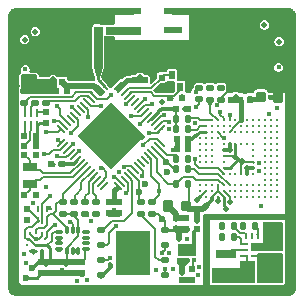
<source format=gtl>
%TF.GenerationSoftware,KiCad,Pcbnew,9.0.1*%
%TF.CreationDate,2025-12-15T21:38:01-06:00*%
%TF.ProjectId,ProtoCore_v1,50726f74-6f43-46f7-9265-5f76312e6b69,rev?*%
%TF.SameCoordinates,Original*%
%TF.FileFunction,Copper,L1,Top*%
%TF.FilePolarity,Positive*%
%FSLAX46Y46*%
G04 Gerber Fmt 4.6, Leading zero omitted, Abs format (unit mm)*
G04 Created by KiCad (PCBNEW 9.0.1) date 2025-12-15 21:38:01*
%MOMM*%
%LPD*%
G01*
G04 APERTURE LIST*
G04 Aperture macros list*
%AMRoundRect*
0 Rectangle with rounded corners*
0 $1 Rounding radius*
0 $2 $3 $4 $5 $6 $7 $8 $9 X,Y pos of 4 corners*
0 Add a 4 corners polygon primitive as box body*
4,1,4,$2,$3,$4,$5,$6,$7,$8,$9,$2,$3,0*
0 Add four circle primitives for the rounded corners*
1,1,$1+$1,$2,$3*
1,1,$1+$1,$4,$5*
1,1,$1+$1,$6,$7*
1,1,$1+$1,$8,$9*
0 Add four rect primitives between the rounded corners*
20,1,$1+$1,$2,$3,$4,$5,0*
20,1,$1+$1,$4,$5,$6,$7,0*
20,1,$1+$1,$6,$7,$8,$9,0*
20,1,$1+$1,$8,$9,$2,$3,0*%
%AMRotRect*
0 Rectangle, with rotation*
0 The origin of the aperture is its center*
0 $1 length*
0 $2 width*
0 $3 Rotation angle, in degrees counterclockwise*
0 Add horizontal line*
21,1,$1,$2,0,0,$3*%
G04 Aperture macros list end*
%TA.AperFunction,Conductor*%
%ADD10C,0.001000*%
%TD*%
%TA.AperFunction,SMDPad,CuDef*%
%ADD11R,0.580000X0.730000*%
%TD*%
%TA.AperFunction,SMDPad,CuDef*%
%ADD12RoundRect,0.082500X-0.192500X0.197500X-0.192500X-0.197500X0.192500X-0.197500X0.192500X0.197500X0*%
%TD*%
%TA.AperFunction,SMDPad,CuDef*%
%ADD13R,0.246234X0.804110*%
%TD*%
%TA.AperFunction,SMDPad,CuDef*%
%ADD14R,0.246236X0.804111*%
%TD*%
%TA.AperFunction,SMDPad,CuDef*%
%ADD15R,0.242472X0.804111*%
%TD*%
%TA.AperFunction,SMDPad,CuDef*%
%ADD16R,0.246232X0.804111*%
%TD*%
%TA.AperFunction,SMDPad,CuDef*%
%ADD17RoundRect,0.076500X0.243500X-0.178500X0.243500X0.178500X-0.243500X0.178500X-0.243500X-0.178500X0*%
%TD*%
%TA.AperFunction,SMDPad,CuDef*%
%ADD18RoundRect,0.082500X0.197500X0.192500X-0.197500X0.192500X-0.197500X-0.192500X0.197500X-0.192500X0*%
%TD*%
%TA.AperFunction,SMDPad,CuDef*%
%ADD19RoundRect,0.082500X0.192500X-0.197500X0.192500X0.197500X-0.192500X0.197500X-0.192500X-0.197500X0*%
%TD*%
%TA.AperFunction,SMDPad,CuDef*%
%ADD20RoundRect,0.076500X-0.243500X0.178500X-0.243500X-0.178500X0.243500X-0.178500X0.243500X0.178500X0*%
%TD*%
%TA.AperFunction,SMDPad,CuDef*%
%ADD21RoundRect,0.082500X-0.197500X-0.192500X0.197500X-0.192500X0.197500X0.192500X-0.197500X0.192500X0*%
%TD*%
%TA.AperFunction,SMDPad,CuDef*%
%ADD22RoundRect,0.076500X0.178500X0.243500X-0.178500X0.243500X-0.178500X-0.243500X0.178500X-0.243500X0*%
%TD*%
%TA.AperFunction,SMDPad,CuDef*%
%ADD23C,0.600000*%
%TD*%
%TA.AperFunction,SMDPad,CuDef*%
%ADD24R,1.300000X0.750000*%
%TD*%
%TA.AperFunction,SMDPad,CuDef*%
%ADD25RotRect,0.840000X0.220000X315.000000*%
%TD*%
%TA.AperFunction,SMDPad,CuDef*%
%ADD26RotRect,0.220000X0.840000X315.000000*%
%TD*%
%TA.AperFunction,SMDPad,CuDef*%
%ADD27RotRect,4.000000X4.000000X315.000000*%
%TD*%
%TA.AperFunction,SMDPad,CuDef*%
%ADD28R,1.800000X0.800000*%
%TD*%
%TA.AperFunction,SMDPad,CuDef*%
%ADD29C,0.290000*%
%TD*%
%TA.AperFunction,SMDPad,CuDef*%
%ADD30RoundRect,0.125000X-0.250000X-0.125000X0.250000X-0.125000X0.250000X0.125000X-0.250000X0.125000X0*%
%TD*%
%TA.AperFunction,HeatsinkPad*%
%ADD31R,3.000000X3.750000*%
%TD*%
%TA.AperFunction,SMDPad,CuDef*%
%ADD32RoundRect,0.123750X-0.288750X-0.338750X0.288750X-0.338750X0.288750X0.338750X-0.288750X0.338750X0*%
%TD*%
%TA.AperFunction,SMDPad,CuDef*%
%ADD33RoundRect,0.123750X-0.288750X-0.351250X0.288750X-0.351250X0.288750X0.351250X-0.288750X0.351250X0*%
%TD*%
%TA.AperFunction,SMDPad,CuDef*%
%ADD34RoundRect,0.123750X0.288750X0.338750X-0.288750X0.338750X-0.288750X-0.338750X0.288750X-0.338750X0*%
%TD*%
%TA.AperFunction,SMDPad,CuDef*%
%ADD35RoundRect,0.123750X0.288750X0.351250X-0.288750X0.351250X-0.288750X-0.351250X0.288750X-0.351250X0*%
%TD*%
%TA.AperFunction,SMDPad,CuDef*%
%ADD36RoundRect,0.076500X-0.178500X-0.243500X0.178500X-0.243500X0.178500X0.243500X-0.178500X0.243500X0*%
%TD*%
%TA.AperFunction,SMDPad,CuDef*%
%ADD37RoundRect,0.135000X0.540000X-0.315000X0.540000X0.315000X-0.540000X0.315000X-0.540000X-0.315000X0*%
%TD*%
%TA.AperFunction,SMDPad,CuDef*%
%ADD38RoundRect,0.087500X-0.225000X-0.087500X0.225000X-0.087500X0.225000X0.087500X-0.225000X0.087500X0*%
%TD*%
%TA.AperFunction,SMDPad,CuDef*%
%ADD39RoundRect,0.087500X-0.087500X-0.225000X0.087500X-0.225000X0.087500X0.225000X-0.087500X0.225000X0*%
%TD*%
%TA.AperFunction,SMDPad,CuDef*%
%ADD40RoundRect,0.055000X-0.240000X-0.220000X0.240000X-0.220000X0.240000X0.220000X-0.240000X0.220000X0*%
%TD*%
%TA.AperFunction,SMDPad,CuDef*%
%ADD41R,0.200000X0.600000*%
%TD*%
%TA.AperFunction,SMDPad,CuDef*%
%ADD42R,0.200000X1.600000*%
%TD*%
%TA.AperFunction,SMDPad,CuDef*%
%ADD43RoundRect,0.056250X0.143750X-0.131250X0.143750X0.131250X-0.143750X0.131250X-0.143750X-0.131250X0*%
%TD*%
%TA.AperFunction,HeatsinkPad*%
%ADD44R,1.600000X1.000000*%
%TD*%
%TA.AperFunction,SMDPad,CuDef*%
%ADD45R,0.275000X0.250000*%
%TD*%
%TA.AperFunction,SMDPad,CuDef*%
%ADD46R,0.250000X0.275000*%
%TD*%
%TA.AperFunction,SMDPad,CuDef*%
%ADD47RoundRect,0.135000X-0.540000X0.315000X-0.540000X-0.315000X0.540000X-0.315000X0.540000X0.315000X0*%
%TD*%
%TA.AperFunction,SMDPad,CuDef*%
%ADD48RoundRect,0.135000X-0.315000X-0.540000X0.315000X-0.540000X0.315000X0.540000X-0.315000X0.540000X0*%
%TD*%
%TA.AperFunction,SMDPad,CuDef*%
%ADD49R,0.650000X0.200000*%
%TD*%
%TA.AperFunction,SMDPad,CuDef*%
%ADD50R,1.000000X0.200000*%
%TD*%
%TA.AperFunction,SMDPad,CuDef*%
%ADD51R,0.250000X0.550000*%
%TD*%
%TA.AperFunction,SMDPad,CuDef*%
%ADD52R,1.500000X0.600000*%
%TD*%
%TA.AperFunction,ViaPad*%
%ADD53C,0.450000*%
%TD*%
%TA.AperFunction,ViaPad*%
%ADD54C,0.500000*%
%TD*%
%TA.AperFunction,Conductor*%
%ADD55C,0.250000*%
%TD*%
%TA.AperFunction,Conductor*%
%ADD56C,0.200000*%
%TD*%
%TA.AperFunction,Conductor*%
%ADD57C,0.156500*%
%TD*%
%TA.AperFunction,Conductor*%
%ADD58C,0.300000*%
%TD*%
%TA.AperFunction,Conductor*%
%ADD59C,0.150000*%
%TD*%
%TA.AperFunction,Conductor*%
%ADD60C,0.220000*%
%TD*%
%TA.AperFunction,Conductor*%
%ADD61C,0.400000*%
%TD*%
%TA.AperFunction,Conductor*%
%ADD62C,0.500000*%
%TD*%
%TA.AperFunction,Conductor*%
%ADD63C,0.600000*%
%TD*%
%TA.AperFunction,Conductor*%
%ADD64C,0.100000*%
%TD*%
%TA.AperFunction,Conductor*%
%ADD65C,0.157500*%
%TD*%
%TA.AperFunction,Conductor*%
%ADD66C,0.225000*%
%TD*%
G04 APERTURE END LIST*
D10*
%TO.N,RF_FEED*%
X145710000Y-92800000D02*
X145520492Y-93700089D01*
X145520285Y-93700411D01*
X145520000Y-93700500D01*
X145300000Y-93700500D01*
X145299646Y-93700354D01*
X145299510Y-93700098D01*
X145110000Y-92800000D01*
X145110000Y-89400000D01*
X145710000Y-89400000D01*
X145710000Y-92800000D01*
%TA.AperFunction,Conductor*%
G36*
X145710000Y-92800000D02*
G01*
X145520492Y-93700089D01*
X145520285Y-93700411D01*
X145520000Y-93700500D01*
X145300000Y-93700500D01*
X145299646Y-93700354D01*
X145299510Y-93700098D01*
X145110000Y-92800000D01*
X145110000Y-89400000D01*
X145710000Y-89400000D01*
X145710000Y-92800000D01*
G37*
%TD.AperFunction*%
%TO.N,/External Interface/RF_FEED_ANT*%
X146080000Y-89400000D02*
X148990000Y-89400000D01*
X148990000Y-90000000D01*
X146080000Y-90000000D01*
X146080000Y-89400000D01*
%TA.AperFunction,Conductor*%
G36*
X146080000Y-89400000D02*
G01*
X148990000Y-89400000D01*
X148990000Y-90000000D01*
X146080000Y-90000000D01*
X146080000Y-89400000D01*
G37*
%TD.AperFunction*%
%TD*%
D11*
%TO.P,Y2,1*%
%TO.N,/Microcontroller/CLK_MAIN_IN*%
X151650000Y-93512500D03*
%TO.P,Y2,2,GND*%
%TO.N,GND*%
X151650000Y-94512500D03*
%TO.P,Y2,3*%
%TO.N,/Microcontroller/CLK_MAIN_OUT*%
X152350000Y-94512500D03*
%TO.P,Y2,4,GND__1*%
%TO.N,GND*%
X152350000Y-93512500D03*
%TD*%
D12*
%TO.P,C37,1*%
%TO.N,+3V3*%
X143175000Y-109327500D03*
%TO.P,C37,2*%
%TO.N,GND*%
X143175000Y-110287500D03*
%TD*%
D13*
%TO.P,U4,1,CTR*%
%TO.N,/Power Management/SUP_CTR*%
X139261883Y-97775444D03*
D14*
%TO.P,U4,2,CTS*%
%TO.N,/Power Management/SUP_CTS*%
X139761882Y-97775444D03*
D15*
%TO.P,U4,3,GND*%
%TO.N,GND*%
X140259999Y-97775444D03*
D14*
%TO.P,U4,4,VDD*%
%TO.N,+3V3*%
X140261881Y-96729556D03*
%TO.P,U4,5,SNS*%
%TO.N,CORE_RESET_N*%
X139761882Y-96729556D03*
D16*
%TO.P,U4,6,RST_N*%
%TO.N,CORE_RST_REQ_N*%
X139261884Y-96729556D03*
%TD*%
D17*
%TO.P,R4,1*%
%TO.N,+3V3*%
X143400000Y-105240000D03*
%TO.P,R4,2*%
%TO.N,I2C0_SCL*%
X143400000Y-104250000D03*
%TD*%
D18*
%TO.P,C31,1*%
%TO.N,Net-(U7-VDDI)*%
X153025000Y-98950000D03*
%TO.P,C31,2*%
%TO.N,GND*%
X152065000Y-98950000D03*
%TD*%
D12*
%TO.P,C3,1*%
%TO.N,/Microcontroller/CLK_MAIN_IN*%
X150790000Y-93712500D03*
%TO.P,C3,2*%
%TO.N,GND*%
X150790000Y-94672500D03*
%TD*%
D19*
%TO.P,C26,1*%
%TO.N,+3V3*%
X151975000Y-106575000D03*
%TO.P,C26,2*%
%TO.N,GND*%
X151975000Y-105615000D03*
%TD*%
D20*
%TO.P,R7,1*%
%TO.N,/Microcontroller/UART0_RX_MCU*%
X154000000Y-94580000D03*
%TO.P,R7,2*%
%TO.N,UART0_RX*%
X154000000Y-95570000D03*
%TD*%
D12*
%TO.P,C40,1*%
%TO.N,+3V3*%
X141469098Y-109327500D03*
%TO.P,C40,2*%
%TO.N,GND*%
X141469098Y-110287500D03*
%TD*%
D21*
%TO.P,C9,1*%
%TO.N,+3V3*%
X152040000Y-96350000D03*
%TO.P,C9,2*%
%TO.N,GND*%
X153000000Y-96350000D03*
%TD*%
D12*
%TO.P,C25,1*%
%TO.N,+3V3*%
X139425000Y-104825000D03*
%TO.P,C25,2*%
%TO.N,GND*%
X139425000Y-105785000D03*
%TD*%
D22*
%TO.P,R22,1*%
%TO.N,EMMC_DAT3*%
X153015000Y-98100000D03*
%TO.P,R22,2*%
%TO.N,+3V3*%
X152025000Y-98100000D03*
%TD*%
D17*
%TO.P,R3,1*%
%TO.N,+3V3*%
X142475000Y-105240000D03*
%TO.P,R3,2*%
%TO.N,I2C0_SDA*%
X142475000Y-104250000D03*
%TD*%
D20*
%TO.P,R15,1*%
%TO.N,+3V3*%
X139180000Y-94860000D03*
%TO.P,R15,2*%
%TO.N,CORE_RST_REQ_N*%
X139180000Y-95850000D03*
%TD*%
D12*
%TO.P,C11,1*%
%TO.N,+3V3*%
X147175000Y-104265000D03*
%TO.P,C11,2*%
%TO.N,GND*%
X147175000Y-105225000D03*
%TD*%
D23*
%TO.P,TP9,1,1*%
%TO.N,GND*%
X149375000Y-102700000D03*
%TD*%
D24*
%TO.P,Y1,1*%
%TO.N,/Microcontroller/CLK_RTC_IN*%
X139625000Y-101250002D03*
%TO.P,Y1,2*%
%TO.N,/Microcontroller/CLK_RTC_OUT*%
X139625000Y-102700000D03*
%TD*%
D25*
%TO.P,U1,1,LNA_IN*%
%TO.N,RF_FEED*%
X145917177Y-94398045D03*
%TO.P,U1,2,VDD3P3*%
%TO.N,/Microcontroller/VDD_PI_OUT*%
X145634334Y-94680887D03*
%TO.P,U1,3,VDD3P3*%
X145351491Y-94963730D03*
%TO.P,U1,4,CHIP_PU*%
%TO.N,CORE_RST_REQ_N*%
X145068649Y-95246573D03*
%TO.P,U1,5,BOOT0/GPIO0*%
%TO.N,CORE_BOOT_SEL*%
X144785806Y-95529415D03*
%TO.P,U1,6,GPIO1*%
%TO.N,IO0*%
X144502963Y-95812258D03*
%TO.P,U1,7,GPIO2*%
%TO.N,IO1*%
X144220121Y-96095101D03*
%TO.P,U1,8,GPIO3*%
%TO.N,unconnected-(U1A-GPIO3-Pad8)*%
X143937278Y-96377944D03*
%TO.P,U1,9,GPIO4*%
%TO.N,IO2*%
X143654435Y-96660786D03*
%TO.P,U1,10,GPIO5*%
%TO.N,IO3*%
X143371592Y-96943629D03*
%TO.P,U1,11,GPIO6*%
%TO.N,unconnected-(U1A-GPIO6-Pad11)*%
X143088750Y-97226472D03*
%TO.P,U1,12,GPIO7*%
%TO.N,IO4*%
X142805907Y-97509314D03*
%TO.P,U1,13,GPIO8*%
%TO.N,IO5*%
X142523064Y-97792157D03*
%TO.P,U1,14,GPIO9*%
%TO.N,IO6*%
X142240222Y-98075000D03*
D26*
%TO.P,U1,15,GPIO10*%
%TO.N,IO7*%
X142240222Y-99255868D03*
%TO.P,U1,16,GPIO11*%
%TO.N,IO8*%
X142523064Y-99538711D03*
%TO.P,U1,17,GPIO12*%
%TO.N,IO9*%
X142805907Y-99821554D03*
%TO.P,U1,18,GPIO13*%
%TO.N,IO10*%
X143088750Y-100104396D03*
%TO.P,U1,19,GPIO14*%
%TO.N,IO11*%
X143371592Y-100387239D03*
%TO.P,U1,20,VDD3P3_RTC*%
%TO.N,+3V3*%
X143654435Y-100670082D03*
%TO.P,U1,21,XTAL_32K_P*%
%TO.N,/Microcontroller/CLK_RTC_IN*%
X143937278Y-100952924D03*
%TO.P,U1,22,XTAL_32K_N*%
%TO.N,/Microcontroller/CLK_RTC_OUT*%
X144220121Y-101235767D03*
%TO.P,U1,23,GPIO17*%
%TO.N,I2C0_SDA*%
X144502963Y-101518610D03*
%TO.P,U1,24,GPIO18*%
%TO.N,I2C0_SCL*%
X144785806Y-101801453D03*
%TO.P,U1,25,GPIO19/USB_D-*%
%TO.N,/Microcontroller/USB_MCU_D-*%
X145068649Y-102084295D03*
%TO.P,U1,26,GPIO20/USB_D+*%
%TO.N,/Microcontroller/USB_MCU_D+*%
X145351491Y-102367138D03*
%TO.P,U1,27,GPIO21*%
%TO.N,INT_IMU*%
X145634334Y-102649981D03*
%TO.P,U1,28,GPIO26/SPICS1*%
%TO.N,unconnected-(U1A-GPIO26{slash}SPICS1-Pad28)*%
X145917177Y-102932823D03*
D25*
%TO.P,U1,29,VDD_SPI*%
%TO.N,+3V3*%
X147098045Y-102932823D03*
%TO.P,U1,30,GPIO27/SPIHD*%
%TO.N,QSPI_IO3*%
X147380888Y-102649981D03*
%TO.P,U1,31,GPIO28/SPIWP*%
%TO.N,QSPI_IO2*%
X147663731Y-102367138D03*
%TO.P,U1,32,GPIO29/SPICS0*%
%TO.N,QSPI_CS*%
X147946573Y-102084295D03*
%TO.P,U1,33,GPIO30/SPICLK*%
%TO.N,/Microcontroller/QSPI_CLK_MCU*%
X148229416Y-101801453D03*
%TO.P,U1,34,GPIO31/SPIQ*%
%TO.N,QSPI_IO1*%
X148512259Y-101518610D03*
%TO.P,U1,35,GPIO32/SPID*%
%TO.N,QSPI_IO0*%
X148795101Y-101235767D03*
%TO.P,U1,36,GPIO48/SPICLK_N*%
%TO.N,unconnected-(U1A-GPIO48{slash}SPICLK_N-Pad36)*%
X149077944Y-100952924D03*
%TO.P,U1,37,GPIO47/SPICLK_P*%
%TO.N,unconnected-(U1A-GPIO47{slash}SPICLK_P-Pad37)*%
X149360787Y-100670082D03*
%TO.P,U1,38,GPIO33*%
%TO.N,3V3_AUX_EN*%
X149643630Y-100387239D03*
%TO.P,U1,39,GPIO34*%
%TO.N,EMMC_CMD*%
X149926472Y-100104396D03*
%TO.P,U1,40,GPIO35*%
%TO.N,/Microcontroller/EMMC_CLK_MCU*%
X150209315Y-99821554D03*
%TO.P,U1,41,GPIO36*%
%TO.N,EMMC_DAT2*%
X150492158Y-99538711D03*
%TO.P,U1,42,GPIO37*%
%TO.N,EMMC_DAT3*%
X150775000Y-99255868D03*
D26*
%TO.P,U1,43,GPIO38*%
%TO.N,EMMC_DAT0*%
X150775000Y-98075000D03*
%TO.P,U1,44,GPIO39/MTCK*%
%TO.N,EMMC_DAT1*%
X150492158Y-97792157D03*
%TO.P,U1,45,GPIO40/MTDO*%
%TO.N,IO14*%
X150209315Y-97509314D03*
%TO.P,U1,46,VDD3P3_CPU*%
%TO.N,+3V3*%
X149926472Y-97226472D03*
%TO.P,U1,47,GPIO41/MTDI*%
%TO.N,IO15*%
X149643630Y-96943629D03*
%TO.P,U1,48,GPIO42/MTMS*%
%TO.N,IO16*%
X149360787Y-96660786D03*
%TO.P,U1,49,GPIO43/U0TXD*%
%TO.N,UART0_TX*%
X149077944Y-96377944D03*
%TO.P,U1,50,GPIO44/U0RXD*%
%TO.N,/Microcontroller/UART0_RX_MCU*%
X148795101Y-96095101D03*
%TO.P,U1,51,GPIO45*%
%TO.N,unconnected-(U1A-GPIO45-Pad51)*%
X148512259Y-95812258D03*
%TO.P,U1,52,BOOT1/GPIO46*%
%TO.N,/Microcontroller/BOOT1*%
X148229416Y-95529415D03*
%TO.P,U1,53,XTAL_40M_N*%
%TO.N,/Microcontroller/CLK_MAIN_OUT*%
X147946573Y-95246573D03*
%TO.P,U1,54,XTAL_40M_P*%
%TO.N,/Microcontroller/CLK_MAIN_IN*%
X147663731Y-94963730D03*
%TO.P,U1,55,VDDA*%
%TO.N,+3V3*%
X147380888Y-94680887D03*
%TO.P,U1,56,VDDA*%
X147098045Y-94398045D03*
D27*
%TO.P,U1,57,GND*%
%TO.N,GND*%
X146507611Y-98665434D03*
%TD*%
D22*
%TO.P,R13,1*%
%TO.N,/Power Management/REG_PG*%
X156915000Y-107175000D03*
%TO.P,R13,2*%
%TO.N,+3V3*%
X155925000Y-107175000D03*
%TD*%
D19*
%TO.P,C5,1*%
%TO.N,+3V3*%
X141575000Y-94075000D03*
%TO.P,C5,2*%
%TO.N,GND*%
X141575000Y-93115000D03*
%TD*%
%TO.P,C29,1*%
%TO.N,+3V3*%
X156650000Y-95575000D03*
%TO.P,C29,2*%
%TO.N,GND*%
X156650000Y-94615000D03*
%TD*%
D28*
%TO.P,L3,1,1*%
%TO.N,/Power Management/REG_SW*%
X156275000Y-108625001D03*
%TO.P,L3,2,2*%
%TO.N,+3V3*%
X156275000Y-110224999D03*
%TD*%
D21*
%TO.P,C13,1*%
%TO.N,/Microcontroller/CLK_RTC_OUT*%
X139165000Y-103675000D03*
%TO.P,C13,2*%
%TO.N,GND*%
X140125000Y-103675000D03*
%TD*%
D17*
%TO.P,R11,1*%
%TO.N,+3V3*%
X149975000Y-105240000D03*
%TO.P,R11,2*%
%TO.N,3V3_AUX_EN*%
X149975000Y-104250000D03*
%TD*%
D19*
%TO.P,C8,1*%
%TO.N,/Microcontroller/VDD_PI_OUT*%
X142400000Y-94075000D03*
%TO.P,C8,2*%
%TO.N,GND*%
X142400000Y-93115000D03*
%TD*%
D29*
%TO.P,U7,A3,DAT0*%
%TO.N,EMMC_DAT0*%
X154050000Y-97350000D03*
X154550000Y-97350000D03*
X155050000Y-97350000D03*
%TO.P,U7,A4,DAT1*%
%TO.N,EMMC_DAT1*%
X155550000Y-97350000D03*
%TO.P,U7,A5,DAT2*%
%TO.N,EMMC_DAT2*%
X156050000Y-97350000D03*
%TO.P,U7,A6,VSS*%
%TO.N,GND*%
X156550000Y-97350000D03*
%TO.P,U7,A7,NC*%
%TO.N,unconnected-(U7-NC-PadA7)*%
X157050000Y-97350000D03*
%TO.P,U7,A9,NC*%
%TO.N,unconnected-(U7-NC-PadA9)*%
X158050000Y-97350000D03*
%TO.P,U7,A10,NC*%
%TO.N,unconnected-(U7-NC-PadA10)*%
X158550000Y-97350000D03*
%TO.P,U7,A11,NC*%
%TO.N,unconnected-(U7-NC-PadA11)*%
X159050000Y-97350000D03*
%TO.P,U7,A12,NC*%
%TO.N,unconnected-(U7-NC-PadA12)*%
X159550000Y-97350000D03*
%TO.P,U7,A13,NC*%
%TO.N,unconnected-(U7-NC-PadA13)*%
X160050000Y-97350000D03*
%TO.P,U7,A14,NC*%
%TO.N,unconnected-(U7-NC-PadA14)*%
X160550000Y-97350000D03*
%TO.P,U7,B2,DAT3*%
%TO.N,EMMC_DAT3*%
X154050000Y-97850000D03*
X154550000Y-97850000D03*
%TO.P,U7,B3,NC*%
%TO.N,unconnected-(U7-NC-PadB3)*%
X155050000Y-97850000D03*
%TO.P,U7,B4,NC*%
%TO.N,unconnected-(U7-NC-PadB4)*%
X155550000Y-97850000D03*
%TO.P,U7,B5,NC*%
%TO.N,unconnected-(U7-NC-PadB5)*%
X156050000Y-97850000D03*
%TO.P,U7,B6,NC*%
%TO.N,unconnected-(U7-NC-PadB6)*%
X156550000Y-97850000D03*
%TO.P,U7,B8,NC*%
%TO.N,unconnected-(U7-NC-PadB8)*%
X157550000Y-97850000D03*
%TO.P,U7,B9,NC*%
%TO.N,unconnected-(U7-NC-PadB9)*%
X158050000Y-97850000D03*
%TO.P,U7,B10,NC*%
%TO.N,unconnected-(U7-NC-PadB10)*%
X158550000Y-97850000D03*
%TO.P,U7,B11,NC*%
%TO.N,unconnected-(U7-NC-PadB11)*%
X159050000Y-97850000D03*
%TO.P,U7,B12,NC*%
%TO.N,unconnected-(U7-NC-PadB12)*%
X159550000Y-97850000D03*
%TO.P,U7,B13,NC*%
%TO.N,unconnected-(U7-NC-PadB13)*%
X160050000Y-97850000D03*
%TO.P,U7,B14,NC*%
%TO.N,unconnected-(U7-NC-PadB14)*%
X160550000Y-97850000D03*
%TO.P,U7,C2,VDDI*%
%TO.N,Net-(U7-VDDI)*%
X154050000Y-98350000D03*
X154550000Y-98350000D03*
%TO.P,U7,C3,NC*%
%TO.N,unconnected-(U7-NC-PadC3)*%
X155050000Y-98350000D03*
%TO.P,U7,C4,VSSQ*%
%TO.N,GND*%
X155550000Y-98350000D03*
%TO.P,U7,C5,NC*%
%TO.N,unconnected-(U7-NC-PadC5)*%
X156050000Y-98350000D03*
%TO.P,U7,C6,VCCQ*%
%TO.N,+3V3*%
X156550000Y-98350000D03*
X157050000Y-97850000D03*
X157550000Y-97350000D03*
%TO.P,U7,C7,NC*%
%TO.N,unconnected-(U7-NC-PadC7)*%
X157050000Y-98350000D03*
%TO.P,U7,C8,NC*%
%TO.N,unconnected-(U7-NC-PadC8)*%
X157550000Y-98350000D03*
%TO.P,U7,C9,NC*%
%TO.N,unconnected-(U7-NC-PadC9)*%
X158050000Y-98350000D03*
%TO.P,U7,C10,NC*%
%TO.N,unconnected-(U7-NC-PadC10)*%
X158550000Y-98350000D03*
%TO.P,U7,C11,NC*%
%TO.N,unconnected-(U7-NC-PadC11)*%
X159050000Y-98350000D03*
%TO.P,U7,C12,NC*%
%TO.N,unconnected-(U7-NC-PadC12)*%
X159550000Y-98350000D03*
%TO.P,U7,C13,NC*%
%TO.N,unconnected-(U7-NC-PadC13)*%
X160050000Y-98350000D03*
%TO.P,U7,C14,NC*%
%TO.N,unconnected-(U7-NC-PadC14)*%
X160550000Y-98350000D03*
%TO.P,U7,D1,NC*%
%TO.N,unconnected-(U7-NC-PadD1)*%
X154050000Y-98850000D03*
%TO.P,U7,D2,NC*%
%TO.N,unconnected-(U7-NC-PadD2)*%
X154550000Y-98850000D03*
%TO.P,U7,D3,NC*%
%TO.N,unconnected-(U7-NC-PadD3)*%
X155050000Y-98850000D03*
%TO.P,U7,D4,NC*%
%TO.N,unconnected-(U7-NC-PadD4)*%
X155550000Y-98850000D03*
%TO.P,U7,D12,NC*%
%TO.N,unconnected-(U7-NC-PadD12)*%
X159550000Y-98850000D03*
%TO.P,U7,D13,NC*%
%TO.N,unconnected-(U7-NC-PadD13)*%
X160050000Y-98850000D03*
%TO.P,U7,D14,NC*%
%TO.N,unconnected-(U7-NC-PadD14)*%
X160550000Y-98850000D03*
%TO.P,U7,E1,NC*%
%TO.N,unconnected-(U7-NC-PadE1)*%
X154050000Y-99350000D03*
%TO.P,U7,E2,NC*%
%TO.N,unconnected-(U7-NC-PadE2)*%
X154550000Y-99350000D03*
%TO.P,U7,E3,NC*%
%TO.N,unconnected-(U7-NC-PadE3)*%
X155050000Y-99350000D03*
%TO.P,U7,E5,NC*%
%TO.N,unconnected-(U7-NC-PadE5)*%
X156050000Y-99350000D03*
%TO.P,U7,E6,VCC*%
%TO.N,+3V3*%
X156550000Y-99350000D03*
%TO.P,U7,E7,VSS*%
%TO.N,GND*%
X157050000Y-99350000D03*
%TO.P,U7,E8,NC*%
%TO.N,unconnected-(U7-NC-PadE8)*%
X157550000Y-99350000D03*
%TO.P,U7,E9,NC*%
%TO.N,unconnected-(U7-NC-PadE9)*%
X158050000Y-99350000D03*
%TO.P,U7,E10,NC*%
%TO.N,unconnected-(U7-NC-PadE10)*%
X158550000Y-99350000D03*
%TO.P,U7,E12,NC*%
%TO.N,unconnected-(U7-NC-PadE12)*%
X159550000Y-99350000D03*
%TO.P,U7,E13,NC*%
%TO.N,unconnected-(U7-NC-PadE13)*%
X160050000Y-99350000D03*
%TO.P,U7,E14,NC*%
%TO.N,unconnected-(U7-NC-PadE14)*%
X160550000Y-99350000D03*
%TO.P,U7,F1,NC*%
%TO.N,unconnected-(U7-NC-PadF1)*%
X154050000Y-99850000D03*
%TO.P,U7,F2,NC*%
%TO.N,unconnected-(U7-NC-PadF2)*%
X154550000Y-99850000D03*
%TO.P,U7,F3,NC*%
%TO.N,unconnected-(U7-NC-PadF3)*%
X155050000Y-99850000D03*
%TO.P,U7,F5,VCC*%
%TO.N,+3V3*%
X156050000Y-99850000D03*
%TO.P,U7,F10,NC*%
%TO.N,unconnected-(U7-NC-PadF10)*%
X158550000Y-99850000D03*
%TO.P,U7,F12,NC*%
%TO.N,unconnected-(U7-NC-PadF12)*%
X159550000Y-99850000D03*
%TO.P,U7,F13,NC*%
%TO.N,unconnected-(U7-NC-PadF13)*%
X160050000Y-99850000D03*
%TO.P,U7,F14,NC*%
%TO.N,unconnected-(U7-NC-PadF14)*%
X160550000Y-99850000D03*
%TO.P,U7,G1,NC*%
%TO.N,unconnected-(U7-NC-PadG1)*%
X154050000Y-100350000D03*
%TO.P,U7,G2,NC*%
%TO.N,unconnected-(U7-NC-PadG2)*%
X154550000Y-100350000D03*
%TO.P,U7,G3,NC*%
%TO.N,unconnected-(U7-NC-PadG3)*%
X155050000Y-100350000D03*
%TO.P,U7,G5,VSS*%
%TO.N,GND*%
X156050000Y-100350000D03*
%TO.P,U7,G10,NC*%
%TO.N,unconnected-(U7-NC-PadG10)*%
X158550000Y-100350000D03*
%TO.P,U7,G12,NC*%
%TO.N,unconnected-(U7-NC-PadG12)*%
X159550000Y-100350000D03*
%TO.P,U7,G13,NC*%
%TO.N,unconnected-(U7-NC-PadG13)*%
X160050000Y-100350000D03*
%TO.P,U7,G14,NC*%
%TO.N,unconnected-(U7-NC-PadG14)*%
X160550000Y-100350000D03*
%TO.P,U7,H1,NC*%
%TO.N,unconnected-(U7-NC-PadH1)*%
X154050000Y-100850000D03*
%TO.P,U7,H2,NC*%
%TO.N,unconnected-(U7-NC-PadH2)*%
X154550000Y-100850000D03*
%TO.P,U7,H3,NC*%
%TO.N,unconnected-(U7-NC-PadH3)*%
X155050000Y-100850000D03*
%TO.P,U7,H5,NC*%
%TO.N,unconnected-(U7-NC-PadH5)*%
X156050000Y-100850000D03*
%TO.P,U7,H10,VSS*%
%TO.N,GND*%
X158550000Y-100850000D03*
%TO.P,U7,H12,NC*%
%TO.N,unconnected-(U7-NC-PadH12)*%
X159550000Y-100850000D03*
%TO.P,U7,H13,NC*%
%TO.N,unconnected-(U7-NC-PadH13)*%
X160050000Y-100850000D03*
%TO.P,U7,H14,NC*%
%TO.N,unconnected-(U7-NC-PadH14)*%
X160550000Y-100850000D03*
%TO.P,U7,J5,VSS*%
%TO.N,GND*%
X156050000Y-101350000D03*
%TO.P,U7,J10,VCC*%
%TO.N,+3V3*%
X158550000Y-101350000D03*
%TO.P,U7,J12,NC*%
%TO.N,unconnected-(U7-NC-PadJ12)*%
X159550000Y-101350000D03*
%TO.P,U7,J13,NC*%
%TO.N,unconnected-(U7-NC-PadJ13)*%
X160050000Y-101350000D03*
%TO.P,U7,J14,NC*%
%TO.N,unconnected-(U7-NC-PadJ14)*%
X160550000Y-101350000D03*
%TO.P,U7,K5,RST_N*%
%TO.N,CORE_RST_REQ_N*%
X154050000Y-101350000D03*
X154550000Y-101350000D03*
X155050000Y-101350000D03*
X156050000Y-101850000D03*
%TO.P,U7,K6,NC*%
%TO.N,unconnected-(U7-NC-PadK6)*%
X156550000Y-101850000D03*
%TO.P,U7,K7,NC*%
%TO.N,unconnected-(U7-NC-PadK7)*%
X157050000Y-101850000D03*
%TO.P,U7,K8,VSS*%
%TO.N,GND*%
X157550000Y-101850000D03*
%TO.P,U7,K9,VCC*%
%TO.N,+3V3*%
X158050000Y-101850000D03*
%TO.P,U7,K10,NC*%
%TO.N,unconnected-(U7-NC-PadK10)*%
X158550000Y-101850000D03*
%TO.P,U7,K12,NC*%
%TO.N,unconnected-(U7-NC-PadK12)*%
X159550000Y-101850000D03*
%TO.P,U7,K13,NC*%
%TO.N,unconnected-(U7-NC-PadK13)*%
X160050000Y-101850000D03*
%TO.P,U7,K14,NC*%
%TO.N,unconnected-(U7-NC-PadK14)*%
X160550000Y-101850000D03*
%TO.P,U7,L12,NC*%
%TO.N,unconnected-(U7-NC-PadL12)*%
X159550000Y-102350000D03*
%TO.P,U7,L13,NC*%
%TO.N,unconnected-(U7-NC-PadL13)*%
X160050000Y-102350000D03*
%TO.P,U7,L14,NC*%
%TO.N,unconnected-(U7-NC-PadL14)*%
X160550000Y-102350000D03*
%TO.P,U7,M1,NC*%
%TO.N,unconnected-(U7-NC-PadM1)*%
X154050000Y-102850000D03*
%TO.P,U7,M2,NC*%
%TO.N,unconnected-(U7-NC-PadM2)*%
X154550000Y-102850000D03*
%TO.P,U7,M3,NC*%
%TO.N,unconnected-(U7-NC-PadM3)*%
X155050000Y-102850000D03*
%TO.P,U7,M4,VCCQ*%
%TO.N,+3V3*%
X155550000Y-102850000D03*
%TO.P,U7,M5,CMD*%
%TO.N,EMMC_CMD*%
X154050000Y-102350000D03*
X154550000Y-102350000D03*
X155050000Y-102350000D03*
X156050000Y-102850000D03*
%TO.P,U7,M6,CLK*%
%TO.N,EMMC_CLK*%
X154050000Y-101850000D03*
X154550000Y-101850000D03*
X155050000Y-101850000D03*
X156550000Y-102850000D03*
%TO.P,U7,M7,NC*%
%TO.N,unconnected-(U7-NC-PadM7)*%
X157050000Y-102850000D03*
%TO.P,U7,M8,NC*%
%TO.N,unconnected-(U7-NC-PadM8)*%
X157550000Y-102850000D03*
%TO.P,U7,M9,NC*%
%TO.N,unconnected-(U7-NC-PadM9)*%
X158050000Y-102850000D03*
%TO.P,U7,M10,NC*%
%TO.N,unconnected-(U7-NC-PadM10)*%
X158550000Y-102850000D03*
%TO.P,U7,M11,NC*%
%TO.N,unconnected-(U7-NC-PadM11)*%
X159050000Y-102850000D03*
%TO.P,U7,M12,NC*%
%TO.N,unconnected-(U7-NC-PadM12)*%
X159550000Y-102850000D03*
%TO.P,U7,M13,NC*%
%TO.N,unconnected-(U7-NC-PadM13)*%
X160050000Y-102850000D03*
%TO.P,U7,M14,NC*%
%TO.N,unconnected-(U7-NC-PadM14)*%
X160550000Y-102850000D03*
%TO.P,U7,N1,NC*%
%TO.N,unconnected-(U7-NC-PadN1)*%
X154050000Y-103350000D03*
%TO.P,U7,N2,VSSQ*%
%TO.N,GND*%
X154050000Y-103850000D03*
X154550000Y-103350000D03*
%TO.P,U7,N3,NC*%
%TO.N,unconnected-(U7-NC-PadN3)*%
X155050000Y-103350000D03*
%TO.P,U7,N4,VCCQ*%
%TO.N,+3V3*%
X155550000Y-103350000D03*
%TO.P,U7,N5,VSSQ*%
%TO.N,GND*%
X156050000Y-103350000D03*
%TO.P,U7,N6,NC*%
%TO.N,unconnected-(U7-NC-PadN6)*%
X156550000Y-103350000D03*
%TO.P,U7,N7,NC*%
%TO.N,unconnected-(U7-NC-PadN7)*%
X157050000Y-103350000D03*
%TO.P,U7,N8,NC*%
%TO.N,unconnected-(U7-NC-PadN8)*%
X157550000Y-103350000D03*
%TO.P,U7,N9,NC*%
%TO.N,unconnected-(U7-NC-PadN9)*%
X158050000Y-103350000D03*
%TO.P,U7,N10,NC*%
%TO.N,unconnected-(U7-NC-PadN10)*%
X158550000Y-103350000D03*
%TO.P,U7,N11,NC*%
%TO.N,unconnected-(U7-NC-PadN11)*%
X159050000Y-103350000D03*
%TO.P,U7,N12,NC*%
%TO.N,unconnected-(U7-NC-PadN12)*%
X159550000Y-103350000D03*
%TO.P,U7,N13,NC*%
%TO.N,unconnected-(U7-NC-PadN13)*%
X160050000Y-103350000D03*
%TO.P,U7,N14,NC*%
%TO.N,unconnected-(U7-NC-PadN14)*%
X160550000Y-103350000D03*
%TO.P,U7,P2,NC*%
%TO.N,unconnected-(U7-NC-PadP2)*%
X154550000Y-103850000D03*
%TO.P,U7,P3,VCCQ*%
%TO.N,+3V3*%
X155050000Y-103850000D03*
%TO.P,U7,P4,VSSQ*%
%TO.N,GND*%
X155550000Y-103850000D03*
%TO.P,U7,P5,VCCQ*%
%TO.N,+3V3*%
X156050000Y-103850000D03*
%TO.P,U7,P6,VSSQ*%
%TO.N,GND*%
X156550000Y-103850000D03*
%TO.P,U7,P7,NC*%
%TO.N,unconnected-(U7-NC-PadP7)*%
X157050000Y-103850000D03*
%TO.P,U7,P8,NC*%
%TO.N,unconnected-(U7-NC-PadP8)*%
X157550000Y-103850000D03*
%TO.P,U7,P9,NC*%
%TO.N,unconnected-(U7-NC-PadP9)*%
X158050000Y-103850000D03*
%TO.P,U7,P10,NC*%
%TO.N,unconnected-(U7-NC-PadP10)*%
X158550000Y-103850000D03*
%TO.P,U7,P11,NC*%
%TO.N,unconnected-(U7-NC-PadP11)*%
X159050000Y-103850000D03*
%TO.P,U7,P12,NC*%
%TO.N,unconnected-(U7-NC-PadP12)*%
X159550000Y-103850000D03*
%TO.P,U7,P13,NC*%
%TO.N,unconnected-(U7-NC-PadP13)*%
X160050000Y-103850000D03*
%TO.P,U7,P14,NC*%
%TO.N,unconnected-(U7-NC-PadP14)*%
X160550000Y-103850000D03*
%TD*%
D18*
%TO.P,C15,1*%
%TO.N,RF_FEED*%
X145400000Y-90530000D03*
%TO.P,C15,2*%
%TO.N,GND*%
X144440000Y-90530000D03*
%TD*%
D19*
%TO.P,C4,1*%
%TO.N,+3V3*%
X140750000Y-94075000D03*
%TO.P,C4,2*%
%TO.N,GND*%
X140750000Y-93115000D03*
%TD*%
D23*
%TO.P,TP15,1,1*%
%TO.N,GND*%
X151225000Y-101700000D03*
%TD*%
D30*
%TO.P,U6,1,CS*%
%TO.N,QSPI_CS*%
X145650000Y-106645000D03*
%TO.P,U6,2,IO1*%
%TO.N,QSPI_IO1*%
X145650000Y-107915000D03*
%TO.P,U6,3,IO2/WP*%
%TO.N,QSPI_IO2*%
X145650000Y-109185000D03*
%TO.P,U6,4,GND*%
%TO.N,GND*%
X145650000Y-110455000D03*
%TO.P,U6,5,IO0*%
%TO.N,QSPI_IO0*%
X151050000Y-110455000D03*
%TO.P,U6,6,CLK*%
%TO.N,QSPI_CLK*%
X151050000Y-109185000D03*
%TO.P,U6,7,IO3/HD*%
%TO.N,QSPI_IO3*%
X151050000Y-107915000D03*
%TO.P,U6,8,VDD*%
%TO.N,+3V3*%
X151050000Y-106645000D03*
D31*
%TO.P,U6,9,EP*%
%TO.N,GND*%
X148350000Y-108550000D03*
%TD*%
D23*
%TO.P,TP8,1,1*%
%TO.N,/Microcontroller/QSPI_CLK_MCU*%
X148875000Y-103375000D03*
%TD*%
D18*
%TO.P,C10,1*%
%TO.N,+3V3*%
X142375000Y-101050000D03*
%TO.P,C10,2*%
%TO.N,GND*%
X141415000Y-101050000D03*
%TD*%
D12*
%TO.P,C39,1*%
%TO.N,+3V3*%
X140619098Y-109327500D03*
%TO.P,C39,2*%
%TO.N,GND*%
X140619098Y-110287500D03*
%TD*%
D19*
%TO.P,C7,1*%
%TO.N,+3V3*%
X149350000Y-93910000D03*
%TO.P,C7,2*%
%TO.N,GND*%
X149350000Y-92950000D03*
%TD*%
D32*
%TO.P,C27,1*%
%TO.N,+3V3*%
X159200000Y-95337500D03*
D33*
%TO.P,C27,2*%
%TO.N,GND*%
X160675000Y-95350000D03*
%TD*%
D34*
%TO.P,C34,1*%
%TO.N,+3V3*%
X152825000Y-104625000D03*
D35*
%TO.P,C34,2*%
%TO.N,GND*%
X151350000Y-104612500D03*
%TD*%
D23*
%TO.P,TP19,1,1*%
%TO.N,+3V3*%
X139825000Y-109850000D03*
%TD*%
D18*
%TO.P,C33,1*%
%TO.N,Net-(U7-VDDI)*%
X153025000Y-99750000D03*
%TO.P,C33,2*%
%TO.N,GND*%
X152065000Y-99750000D03*
%TD*%
D36*
%TO.P,R17,1*%
%TO.N,EMMC_CMD*%
X152025000Y-102700000D03*
%TO.P,R17,2*%
%TO.N,+3V3*%
X153015000Y-102700000D03*
%TD*%
D37*
%TO.P,C1,1*%
%TO.N,+3V3*%
X139575000Y-93900000D03*
%TO.P,C1,2*%
%TO.N,GND*%
X139575000Y-92100000D03*
%TD*%
D12*
%TO.P,C6,1*%
%TO.N,+3V3*%
X146350000Y-104265000D03*
%TO.P,C6,2*%
%TO.N,GND*%
X146350000Y-105225000D03*
%TD*%
D21*
%TO.P,C24,1*%
%TO.N,/Power Management/SUP_CTR*%
X139160000Y-98670000D03*
%TO.P,C24,2*%
%TO.N,GND*%
X140120000Y-98670000D03*
%TD*%
%TO.P,C23,1*%
%TO.N,/Power Management/SUP_CTS*%
X139160000Y-99470000D03*
%TO.P,C23,2*%
%TO.N,GND*%
X140120000Y-99470000D03*
%TD*%
D20*
%TO.P,R9,1*%
%TO.N,/Microcontroller/QSPI_CLK_MCU*%
X149050000Y-104250000D03*
%TO.P,R9,2*%
%TO.N,QSPI_CLK*%
X149050000Y-105240000D03*
%TD*%
D36*
%TO.P,R8,1*%
%TO.N,/Microcontroller/EMMC_CLK_MCU*%
X152025000Y-101475000D03*
%TO.P,R8,2*%
%TO.N,EMMC_CLK*%
X153015000Y-101475000D03*
%TD*%
D23*
%TO.P,TP18,1,1*%
%TO.N,+3V3*%
X150800000Y-105675000D03*
%TD*%
D12*
%TO.P,C35,1*%
%TO.N,+3V3*%
X144025000Y-109327500D03*
%TO.P,C35,2*%
%TO.N,GND*%
X144025000Y-110287500D03*
%TD*%
D19*
%TO.P,C38,1*%
%TO.N,+3V3*%
X157450000Y-95575000D03*
%TO.P,C38,2*%
%TO.N,GND*%
X157450000Y-94615000D03*
%TD*%
D12*
%TO.P,C22,1*%
%TO.N,+3V3*%
X141020000Y-96600000D03*
%TO.P,C22,2*%
%TO.N,GND*%
X141020000Y-97560000D03*
%TD*%
D19*
%TO.P,C18,1*%
%TO.N,+3V3*%
X152900000Y-106575000D03*
%TO.P,C18,2*%
%TO.N,GND*%
X152900000Y-105615000D03*
%TD*%
D38*
%TO.P,U8,1,SDO*%
%TO.N,+3V3*%
X142087500Y-106762500D03*
%TO.P,U8,2,SDX*%
%TO.N,GND*%
X142087500Y-107262500D03*
%TO.P,U8,3,SCX*%
X142087500Y-107762500D03*
%TO.P,U8,4,INT1*%
%TO.N,INT_IMU*%
X142087500Y-108262500D03*
D39*
%TO.P,U8,5,VDDIO*%
%TO.N,+3V3*%
X142750000Y-108425000D03*
%TO.P,U8,6,GND*%
%TO.N,GND*%
X143250000Y-108425000D03*
%TO.P,U8,7,GND__1*%
X143750000Y-108425000D03*
D38*
%TO.P,U8,8,VDD*%
%TO.N,+3V3*%
X144412500Y-108262500D03*
%TO.P,U8,9,INT2*%
%TO.N,unconnected-(U8-INT2-Pad9)*%
X144412500Y-107762500D03*
%TO.P,U8,10,NC*%
%TO.N,unconnected-(U8-NC-Pad10)*%
X144412500Y-107262500D03*
%TO.P,U8,11,NC__1*%
%TO.N,unconnected-(U8-NC__1-Pad11)*%
X144412500Y-106762500D03*
D39*
%TO.P,U8,12,CS*%
%TO.N,+3V3*%
X143750000Y-106600000D03*
%TO.P,U8,13,SCL*%
%TO.N,I2C0_SCL*%
X143250000Y-106600000D03*
%TO.P,U8,14,SDA*%
%TO.N,I2C0_SDA*%
X142750000Y-106600000D03*
%TD*%
D40*
%TO.P,L1,1,1*%
%TO.N,+3V3*%
X141825000Y-94850000D03*
%TO.P,L1,2,2*%
%TO.N,/Microcontroller/VDD_PI_OUT*%
X142795000Y-94850000D03*
%TD*%
D12*
%TO.P,C21,1*%
%TO.N,+3V3_AUX*%
X152525000Y-109915000D03*
%TO.P,C21,2*%
%TO.N,GND*%
X152525000Y-110875000D03*
%TD*%
D20*
%TO.P,R5,1*%
%TO.N,/Microcontroller/USB_MCU_D-*%
X144325000Y-104250000D03*
%TO.P,R5,2*%
%TO.N,USB_D-*%
X144325000Y-105240000D03*
%TD*%
D12*
%TO.P,C28,1*%
%TO.N,+3V3*%
X142319098Y-109327500D03*
%TO.P,C28,2*%
%TO.N,GND*%
X142319098Y-110287500D03*
%TD*%
D22*
%TO.P,R12,1*%
%TO.N,/Power Management/REG_FB*%
X156915000Y-106250000D03*
%TO.P,R12,2*%
%TO.N,GND*%
X155925000Y-106250000D03*
%TD*%
D19*
%TO.P,C12,1*%
%TO.N,+3V3*%
X148550000Y-93910000D03*
%TO.P,C12,2*%
%TO.N,GND*%
X148550000Y-92950000D03*
%TD*%
D20*
%TO.P,R14,1*%
%TO.N,+3V3*%
X140080000Y-94860000D03*
%TO.P,R14,2*%
%TO.N,CORE_RESET_N*%
X140080000Y-95850000D03*
%TD*%
D41*
%TO.P,U5,1,VCC*%
%TO.N,+3V3*%
X140300000Y-105812500D03*
D42*
%TO.P,U5,2,GND*%
%TO.N,GND*%
X140700000Y-105312500D03*
D41*
%TO.P,U5,3,SDA*%
%TO.N,I2C0_SDA*%
X141100000Y-105812500D03*
%TO.P,U5,4,SCL*%
%TO.N,I2C0_SCL*%
X141100000Y-104812500D03*
%TO.P,U5,5,\u002AWC*%
%TO.N,unconnected-(U5-\u002AWC-Pad5)*%
X140300000Y-104812500D03*
%TD*%
D20*
%TO.P,R1,1*%
%TO.N,+3V3*%
X140970000Y-94860000D03*
%TO.P,R1,2*%
%TO.N,CORE_BOOT_SEL*%
X140970000Y-95850000D03*
%TD*%
D18*
%TO.P,C16,1*%
%TO.N,RF_FEED*%
X145410000Y-91350000D03*
%TO.P,C16,2*%
%TO.N,GND*%
X144450000Y-91350000D03*
%TD*%
D21*
%TO.P,C2,1*%
%TO.N,/Microcontroller/CLK_RTC_IN*%
X139165000Y-100275000D03*
%TO.P,C2,2*%
%TO.N,GND*%
X140125000Y-100275000D03*
%TD*%
D40*
%TO.P,L2,1,1*%
%TO.N,RF_FEED*%
X145410000Y-89700000D03*
%TO.P,L2,2,2*%
%TO.N,/External Interface/RF_FEED_ANT*%
X146380000Y-89700000D03*
%TD*%
D23*
%TO.P,TP11,1,1*%
%TO.N,VIN*%
X160675000Y-106225000D03*
%TD*%
%TO.P,TP20,1,1*%
%TO.N,GND*%
X139300000Y-110725000D03*
%TD*%
D21*
%TO.P,C14,1*%
%TO.N,/Microcontroller/CLK_MAIN_OUT*%
X151521250Y-95443750D03*
%TO.P,C14,2*%
%TO.N,GND*%
X152481250Y-95443750D03*
%TD*%
D43*
%TO.P,U3,1,VOUT*%
%TO.N,+3V3_AUX*%
X152275000Y-109187500D03*
%TO.P,U3,2,QOD*%
X152925000Y-109187500D03*
%TO.P,U3,3,CT*%
%TO.N,/Power Management/3V3_AUX_CT*%
X153575000Y-109187500D03*
%TO.P,U3,4,GND*%
%TO.N,GND*%
X153575000Y-107412500D03*
%TO.P,U3,5,EN*%
%TO.N,3V3_AUX_EN*%
X152925000Y-107412500D03*
%TO.P,U3,6,VIN*%
%TO.N,+3V3*%
X152275000Y-107412500D03*
D44*
%TO.P,U3,7,GND*%
%TO.N,GND*%
X152925000Y-108300000D03*
%TD*%
D12*
%TO.P,C19,1*%
%TO.N,/Power Management/3V3_AUX_CT*%
X153350000Y-109915000D03*
%TO.P,C19,2*%
%TO.N,GND*%
X153350000Y-110875000D03*
%TD*%
D45*
%TO.P,U10,1,VDDIO*%
%TO.N,+3V3*%
X140932098Y-107925500D03*
%TO.P,U10,2,SCL*%
%TO.N,I2C0_SCL*%
X140932098Y-107425500D03*
D46*
%TO.P,U10,3,GND*%
%TO.N,GND*%
X140669098Y-106913500D03*
%TO.P,U10,4,SDA*%
%TO.N,I2C0_SDA*%
X140169098Y-106913500D03*
%TO.P,U10,5,SDO*%
%TO.N,GND*%
X139669098Y-106913500D03*
D45*
%TO.P,U10,6,CSB*%
%TO.N,+3V3*%
X139406098Y-107425500D03*
%TO.P,U10,7,INT*%
%TO.N,unconnected-(U10-INT-Pad7)*%
X139406098Y-107925500D03*
D46*
%TO.P,U10,8,VSS_2*%
%TO.N,GND*%
X139669098Y-108437500D03*
%TO.P,U10,9,VSS_3*%
X140169098Y-108437500D03*
%TO.P,U10,10,VDD*%
%TO.N,+3V3*%
X140669098Y-108437500D03*
%TD*%
D19*
%TO.P,C32,1*%
%TO.N,+3V3*%
X158250000Y-95575000D03*
%TO.P,C32,2*%
%TO.N,GND*%
X158250000Y-94615000D03*
%TD*%
D22*
%TO.P,R21,1*%
%TO.N,EMMC_DAT0*%
X153015000Y-97200000D03*
%TO.P,R21,2*%
%TO.N,+3V3*%
X152025000Y-97200000D03*
%TD*%
D23*
%TO.P,TP14,1,1*%
%TO.N,/Microcontroller/EMMC_CLK_MCU*%
X151150000Y-100850000D03*
%TD*%
D20*
%TO.P,R6,1*%
%TO.N,/Microcontroller/USB_MCU_D+*%
X145250000Y-104250000D03*
%TO.P,R6,2*%
%TO.N,USB_D+*%
X145250000Y-105240000D03*
%TD*%
D17*
%TO.P,R20,1*%
%TO.N,EMMC_DAT1*%
X154900000Y-95575000D03*
%TO.P,R20,2*%
%TO.N,+3V3*%
X154900000Y-94585000D03*
%TD*%
D22*
%TO.P,R10,1*%
%TO.N,/Power Management/REG_CFG*%
X158690000Y-106250000D03*
%TO.P,R10,2*%
%TO.N,GND*%
X157700000Y-106250000D03*
%TD*%
D47*
%TO.P,C17,1*%
%TO.N,VIN*%
X160350000Y-107220000D03*
%TO.P,C17,2*%
%TO.N,GND*%
X160350000Y-109020000D03*
%TD*%
D48*
%TO.P,C20,1*%
%TO.N,+3V3*%
X157875000Y-110350000D03*
%TO.P,C20,2*%
%TO.N,GND*%
X159675000Y-110350000D03*
%TD*%
D12*
%TO.P,C30,1*%
%TO.N,+3V3*%
X153825000Y-105615000D03*
%TO.P,C30,2*%
%TO.N,GND*%
X153825000Y-106575000D03*
%TD*%
D20*
%TO.P,R2,1*%
%TO.N,/Microcontroller/BOOT1*%
X155800000Y-94585000D03*
%TO.P,R2,2*%
%TO.N,GND*%
X155800000Y-95575000D03*
%TD*%
D36*
%TO.P,R19,1*%
%TO.N,EMMC_DAT2*%
X152025000Y-100575000D03*
%TO.P,R19,2*%
%TO.N,+3V3*%
X153015000Y-100575000D03*
%TD*%
D49*
%TO.P,U2,1,PG*%
%TO.N,/Power Management/REG_PG*%
X157800000Y-107825000D03*
%TO.P,U2,2,SW*%
%TO.N,/Power Management/REG_SW*%
X157800000Y-108325000D03*
%TO.P,U2,3,VOS*%
%TO.N,+3V3*%
X157800000Y-108825000D03*
D50*
%TO.P,U2,4,GND*%
%TO.N,GND*%
X158875000Y-108825000D03*
D49*
%TO.P,U2,5,EN*%
%TO.N,VIN*%
X159050000Y-108325000D03*
D50*
%TO.P,U2,6,VIN*%
X158875000Y-107825000D03*
D51*
%TO.P,U2,7,SCONF*%
%TO.N,/Power Management/REG_CFG*%
X158925000Y-107150000D03*
%TO.P,U2,8,SS/TR*%
%TO.N,unconnected-(U2-SS{slash}TR-Pad8)*%
X158425000Y-107150000D03*
%TO.P,U2,9,FB*%
%TO.N,/Power Management/REG_FB*%
X157925000Y-107150000D03*
%TD*%
D52*
%TO.P,ANT1,1*%
%TO.N,/External Interface/RF_FEED_ANT*%
X148250000Y-89700000D03*
%TO.P,ANT1,2*%
%TO.N,unconnected-(ANT1-Pad2)*%
X151750000Y-89700000D03*
%TO.P,ANT1,3*%
%TO.N,GND*%
X151750000Y-88100000D03*
%TO.P,ANT1,4*%
X148250000Y-88100000D03*
%TD*%
D53*
%TO.N,GND*%
X146775000Y-104925000D03*
D54*
X141175000Y-90825000D03*
X138250000Y-96437500D03*
D53*
X146110000Y-90400000D03*
D54*
X160687500Y-88250000D03*
X144825000Y-88575000D03*
X146450000Y-88275000D03*
X159250000Y-93275000D03*
X138250000Y-105937500D03*
X153825000Y-106575000D03*
X153950000Y-92950000D03*
X141687500Y-88250000D03*
X156175000Y-90625000D03*
X155600000Y-93400000D03*
X161750000Y-91687500D03*
D53*
X151430000Y-108600000D03*
D54*
X161750000Y-101187500D03*
X143825000Y-90925000D03*
D53*
X139450000Y-105785000D03*
X149075000Y-107850000D03*
D54*
X142400000Y-91775000D03*
X155550000Y-104200000D03*
D53*
X159950000Y-95350000D03*
D54*
X142800000Y-89325000D03*
X157525000Y-93750000D03*
X157975000Y-91550000D03*
D53*
X140125000Y-103700000D03*
D54*
X151525000Y-104612500D03*
X158975000Y-90425000D03*
X146650000Y-92970000D03*
X144050000Y-91900000D03*
D53*
X147575000Y-109400000D03*
D54*
X156625000Y-104225000D03*
X140050000Y-92000000D03*
X152325000Y-93425000D03*
D53*
X148350000Y-108550000D03*
X146110000Y-91399500D03*
X160380000Y-110900000D03*
D54*
X153125000Y-94400000D03*
X143800000Y-89850000D03*
X146630000Y-93770000D03*
D53*
X142075000Y-107500000D03*
X153375000Y-108275000D03*
D54*
X151225000Y-101700000D03*
X154640000Y-105940000D03*
D53*
X141630000Y-101150000D03*
D54*
X146437500Y-111750000D03*
X154637500Y-110687500D03*
D53*
X140175000Y-107425000D03*
D54*
X153450000Y-89485000D03*
D53*
X153600000Y-97600000D03*
D54*
X155937500Y-88250000D03*
X156125000Y-92075000D03*
X148812500Y-111750000D03*
D53*
X139925000Y-108437499D03*
D54*
X152780000Y-96350000D03*
X142925000Y-93125000D03*
X161750000Y-108312500D03*
X138250000Y-91687500D03*
D53*
X142350000Y-110040000D03*
X156050000Y-98850000D03*
D54*
X155325000Y-89525000D03*
X153450000Y-90775000D03*
X154125000Y-88875000D03*
X153462500Y-88250000D03*
D53*
X159200000Y-108825000D03*
X151760000Y-99810000D03*
D54*
X153775000Y-104125000D03*
X155937500Y-105500000D03*
X146690000Y-91880000D03*
D53*
X144710000Y-90400000D03*
D54*
X139312500Y-111750000D03*
D53*
X143525000Y-108425000D03*
X151750000Y-109925000D03*
D54*
X161750000Y-94062500D03*
X154640000Y-108315000D03*
X144062500Y-111750000D03*
D53*
X140125000Y-100275000D03*
D54*
X138250000Y-110687500D03*
D53*
X144710000Y-91400500D03*
D54*
X160687500Y-111750000D03*
X138250000Y-108312500D03*
X155925000Y-106250000D03*
X158312500Y-111750000D03*
X150375000Y-92475000D03*
X152160000Y-90775000D03*
D53*
X149375000Y-102700000D03*
D54*
X138250000Y-103562500D03*
X141375000Y-89525000D03*
X151225000Y-94450000D03*
X161750000Y-103562500D03*
D53*
X155525000Y-96050000D03*
D54*
X152825000Y-91450000D03*
X148925000Y-91350000D03*
D53*
X159075000Y-110100000D03*
X146110000Y-92399500D03*
D54*
X138250000Y-89312500D03*
X138250000Y-98812500D03*
X138250000Y-94062500D03*
X155937500Y-111750000D03*
X138250000Y-101187500D03*
D53*
X144080000Y-110410000D03*
X144710000Y-92400000D03*
X152525000Y-108287500D03*
D54*
X146600000Y-88975000D03*
X148290000Y-90775000D03*
D53*
X141350000Y-103775000D03*
D54*
X147000000Y-90775000D03*
D53*
X144800000Y-105850000D03*
D54*
X144160000Y-93000000D03*
X148930000Y-93020000D03*
D53*
X156550000Y-96925000D03*
X141044098Y-110150000D03*
D54*
X157700000Y-106250000D03*
X150250000Y-91400000D03*
X157060000Y-94670000D03*
D53*
X160800000Y-110375000D03*
D54*
X144000000Y-88250000D03*
D53*
X144710000Y-89400500D03*
D54*
X159650000Y-91900000D03*
X147650000Y-91425000D03*
X151975000Y-105725000D03*
X158312500Y-105500000D03*
X144230000Y-93780000D03*
X149175000Y-98775000D03*
D53*
X146420000Y-109600000D03*
D54*
X149580000Y-90775000D03*
X160687500Y-105500000D03*
X151187500Y-111750000D03*
X157040000Y-100420000D03*
X154150000Y-90125000D03*
X157525000Y-89575000D03*
X161750000Y-96437500D03*
X161750000Y-98812500D03*
X145625000Y-88975000D03*
X147396643Y-97764828D03*
X152481250Y-95400000D03*
D53*
X144830000Y-93410000D03*
D54*
X161750000Y-89312500D03*
X150850000Y-95750000D03*
X147398026Y-99548026D03*
X161750000Y-110687500D03*
D53*
X141020000Y-97560000D03*
D54*
X158312500Y-88250000D03*
X139312500Y-88250000D03*
D53*
X147200000Y-101700000D03*
D54*
X154200000Y-91350000D03*
X150870000Y-90775000D03*
D53*
X153350000Y-110875000D03*
X157870002Y-94900000D03*
X159975000Y-109650000D03*
D54*
X145601974Y-99551974D03*
X157630000Y-100770000D03*
X141687500Y-111750000D03*
D53*
X145990000Y-93410000D03*
D54*
X141175000Y-93325000D03*
X145600592Y-97764828D03*
X153575000Y-111750000D03*
D53*
X147125000Y-106850000D03*
X151425000Y-98075000D03*
D54*
X151550000Y-91375000D03*
X161750000Y-105937500D03*
%TO.N,+3V3*%
X139550000Y-93900000D03*
X157475000Y-110080000D03*
X151975000Y-106450000D03*
X156550000Y-99850000D03*
X141044098Y-109502500D03*
D53*
X142225003Y-101050000D03*
D54*
X152025000Y-96350000D03*
X141775000Y-94850000D03*
X157075000Y-95325000D03*
X158450000Y-110875000D03*
X158050000Y-101350000D03*
X155925000Y-107175000D03*
D53*
X153015000Y-100575000D03*
D54*
X146775000Y-104277297D03*
X156225000Y-104850000D03*
D53*
X154900000Y-94600000D03*
D54*
X153825000Y-105900000D03*
X148975000Y-93675000D03*
X142707149Y-109510702D03*
X156275000Y-110224999D03*
X152825000Y-104625000D03*
X158450000Y-109475000D03*
D53*
X141020000Y-96600000D03*
X158268355Y-95425659D03*
D54*
X155630000Y-110875000D03*
X141575000Y-93875000D03*
X152275000Y-107400000D03*
D53*
%TO.N,VIN*%
X159900000Y-107475000D03*
X160800000Y-107125000D03*
X159600000Y-106150000D03*
X159025000Y-108075000D03*
X160800000Y-108175000D03*
%TO.N,/Microcontroller/BOOT1*%
X155800000Y-94585000D03*
X147766915Y-95991915D03*
%TO.N,/Microcontroller/UART0_RX_MCU*%
X149390202Y-95500000D03*
X153675000Y-94925000D03*
%TO.N,I2C0_SCL*%
X143400000Y-104250000D03*
X141740000Y-106200000D03*
X143040000Y-105910000D03*
X141300000Y-104800000D03*
%TO.N,USB_D-*%
X144475000Y-105325000D03*
X143650000Y-110900000D03*
%TO.N,USB_D+*%
X144476248Y-110873830D03*
X145125000Y-105325000D03*
%TO.N,UART0_RX*%
X153725000Y-96200000D03*
X159050000Y-100950000D03*
%TO.N,EMMC_DAT1*%
X154900000Y-95850000D03*
X151390420Y-97467520D03*
%TO.N,EMMC_DAT2*%
X155740631Y-96635214D03*
X151900000Y-100400000D03*
%TO.N,EMMC_DAT3*%
X149245343Y-99454657D03*
X153065209Y-97909768D03*
%TO.N,EMMC_DAT0*%
X153099420Y-97334595D03*
X149725000Y-98400000D03*
%TO.N,IO4*%
X141950000Y-96125000D03*
D54*
X139200000Y-90500000D03*
D53*
%TO.N,QSPI_IO3*%
X150800000Y-108550000D03*
X146750000Y-102125000D03*
%TO.N,IO2*%
X143175000Y-96200000D03*
D54*
X140100000Y-89825000D03*
D53*
%TO.N,IO0*%
X145669818Y-96105182D03*
X159925000Y-96800000D03*
%TO.N,UART0_TX*%
X150000000Y-95950000D03*
X159050000Y-101600000D03*
%TO.N,IO7*%
X142000000Y-99000000D03*
X139180000Y-108650000D03*
%TO.N,IO11*%
X141000000Y-103025000D03*
X143825000Y-99925000D03*
%TO.N,IO9*%
X153984788Y-109750000D03*
X159175000Y-104625000D03*
X143275000Y-99350000D03*
%TO.N,QSPI_IO2*%
X146400000Y-109000000D03*
X147775000Y-103500000D03*
%TO.N,QSPI_IO0*%
X149175000Y-102075000D03*
X151050000Y-109925000D03*
%TO.N,IO10*%
X141900000Y-100400000D03*
X139275000Y-109400000D03*
%TO.N,IO8*%
X140825000Y-100150000D03*
X139925000Y-104300000D03*
%TO.N,IO5*%
X141725000Y-97400000D03*
X139250000Y-93025000D03*
%TO.N,IO14*%
X160700000Y-92850000D03*
X151025000Y-96900000D03*
%TO.N,IO1*%
X160575000Y-96275000D03*
X144525000Y-97075000D03*
%TO.N,IO6*%
X140975000Y-98300000D03*
%TO.N,QSPI_IO1*%
X146912500Y-106312500D03*
X147587500Y-101287500D03*
%TO.N,IO3*%
X143125000Y-98375000D03*
X150300000Y-110025000D03*
%TO.N,INT_IMU*%
X142087499Y-108300000D03*
X145650000Y-101400000D03*
%TO.N,+3V3_AUX*%
X152525000Y-110225000D03*
X152525000Y-109600000D03*
%TO.N,CORE_BOOT_SEL*%
X140975000Y-95850000D03*
X153910000Y-110400000D03*
D54*
%TO.N,IO16*%
X159500000Y-89250000D03*
D53*
X148225000Y-96950000D03*
%TO.N,CORE_RESET_N*%
X140080000Y-95850000D03*
%TO.N,3V3_AUX_EN*%
X152925000Y-107412500D03*
X150550000Y-103325000D03*
%TO.N,CORE_RST_REQ_N*%
X146500000Y-95200000D03*
X153625000Y-100600000D03*
D54*
%TO.N,IO15*%
X160750000Y-90675000D03*
D53*
X148950000Y-97625000D03*
%TD*%
D55*
%TO.N,+3V3*%
X151905000Y-106645000D02*
X151975000Y-106575000D01*
X151050000Y-106645000D02*
X151905000Y-106645000D01*
D56*
X150450000Y-105250000D02*
X149975000Y-105250000D01*
X151050000Y-105850000D02*
X150450000Y-105250000D01*
X151050000Y-106645000D02*
X151050000Y-105850000D01*
D57*
%TO.N,QSPI_IO3*%
X151050000Y-108275000D02*
X151050000Y-108065000D01*
X150800000Y-108525000D02*
X151050000Y-108275000D01*
X150800000Y-108550000D02*
X150800000Y-108525000D01*
%TO.N,QSPI_IO2*%
X145800000Y-109185000D02*
X145650000Y-109335000D01*
X146400000Y-109000000D02*
X146215000Y-109185000D01*
X146215000Y-109185000D02*
X145800000Y-109185000D01*
%TO.N,QSPI_CS*%
X148300000Y-102437722D02*
X147946573Y-102084295D01*
X148300000Y-105150000D02*
X148300000Y-102437722D01*
X146595000Y-105850000D02*
X147600000Y-105850000D01*
X147600000Y-105850000D02*
X148300000Y-105150000D01*
X145650000Y-106645000D02*
X145800000Y-106645000D01*
X145800000Y-106645000D02*
X146595000Y-105850000D01*
%TO.N,EMMC_DAT0*%
X153284015Y-97150000D02*
X153850000Y-97150000D01*
X153099420Y-97334595D02*
X153284015Y-97150000D01*
X153850000Y-97150000D02*
X154050000Y-97350000D01*
%TO.N,EMMC_DAT3*%
X153065000Y-98150000D02*
X153750000Y-98150000D01*
X153015000Y-98100000D02*
X153065000Y-98150000D01*
X153750000Y-98150000D02*
X154050000Y-97850000D01*
D55*
%TO.N,Net-(U7-VDDI)*%
X154000000Y-98350000D02*
X154050000Y-98350000D01*
X153625000Y-98675000D02*
X153800000Y-98500000D01*
X153800000Y-98500000D02*
X153850000Y-98500000D01*
X153850000Y-98500000D02*
X154000000Y-98350000D01*
D58*
X153400000Y-98900000D02*
X153225000Y-98900000D01*
X153225000Y-98900000D02*
X153200000Y-98925000D01*
X153200000Y-98925000D02*
X153200000Y-98950000D01*
X153625000Y-98675000D02*
X153400000Y-98900000D01*
D56*
%TO.N,IO4*%
X142150000Y-96853407D02*
X142805907Y-97509314D01*
X142150000Y-96337500D02*
X142150000Y-96853407D01*
X141950000Y-96137500D02*
X142150000Y-96337500D01*
X141950000Y-96125000D02*
X141950000Y-96137500D01*
D59*
%TO.N,IO14*%
X150215686Y-97509314D02*
X150209315Y-97509314D01*
X150800000Y-96925000D02*
X150215686Y-97509314D01*
X151025000Y-96900000D02*
X151000000Y-96925000D01*
X151000000Y-96925000D02*
X150800000Y-96925000D01*
%TO.N,I2C0_SDA*%
X142000000Y-104250000D02*
X142475000Y-104250000D01*
X141850000Y-104400000D02*
X142000000Y-104250000D01*
X141850000Y-105024999D02*
X141850000Y-104400000D01*
X141600000Y-105274999D02*
X141850000Y-105024999D01*
D56*
%TO.N,GND*%
X157934300Y-94950000D02*
X158242150Y-94642150D01*
X157870002Y-94950000D02*
X157934300Y-94950000D01*
X156625000Y-104225000D02*
X156625000Y-104025000D01*
D60*
X143250000Y-108425000D02*
X143525000Y-108425000D01*
D59*
X140375000Y-107400000D02*
X140669098Y-107105902D01*
D61*
X142400000Y-93115000D02*
X142915000Y-93115000D01*
D62*
X156650000Y-94615000D02*
X158250000Y-94615000D01*
D55*
X156550000Y-101350000D02*
X157300000Y-100600000D01*
D56*
X155800000Y-95465000D02*
X156650000Y-94615000D01*
D61*
X148817638Y-92950000D02*
X148943465Y-93075827D01*
D55*
X155550000Y-104200000D02*
X155550000Y-103850000D01*
D62*
X141469098Y-110287500D02*
X142319098Y-110287500D01*
X151975000Y-105237500D02*
X151350000Y-104612500D01*
X152025000Y-105565000D02*
X151975000Y-105615000D01*
D58*
X146475000Y-109616692D02*
X146475000Y-109780000D01*
X153775000Y-104125000D02*
X154050000Y-103850000D01*
D62*
X140540000Y-93115000D02*
X139525000Y-92100000D01*
D55*
X157000000Y-100250000D02*
X157050000Y-100200000D01*
D60*
X153462500Y-88250000D02*
X153462500Y-88150000D01*
D62*
X141525000Y-93115000D02*
X142350000Y-93115000D01*
D60*
X142087500Y-107487500D02*
X142075000Y-107500000D01*
D58*
X153575000Y-107412500D02*
X153575000Y-106825000D01*
X151002500Y-94672500D02*
X150787500Y-94672500D01*
D60*
X146507611Y-101032611D02*
X146507611Y-98665434D01*
D56*
X155550000Y-98350000D02*
X156025000Y-98825000D01*
D55*
X139300000Y-110725000D02*
X139325000Y-110700000D01*
X158525000Y-100850000D02*
X158550000Y-100850000D01*
D56*
X156025000Y-98825000D02*
X156025000Y-98875000D01*
D58*
X146475000Y-109780000D02*
X145650000Y-110605000D01*
D63*
X153312500Y-88100000D02*
X153462500Y-88250000D01*
D56*
X152750000Y-96350000D02*
X153000000Y-96350000D01*
D62*
X151975000Y-105615000D02*
X152900000Y-105615000D01*
X140700000Y-93115000D02*
X140540000Y-93115000D01*
D56*
X156550000Y-97350000D02*
X156550000Y-96925000D01*
D58*
X153575000Y-107412500D02*
X153575000Y-108075000D01*
X151225000Y-94450000D02*
X151002500Y-94672500D01*
D60*
X139925000Y-108437499D02*
X139925000Y-108550000D01*
X151786759Y-99861782D02*
X151888215Y-99861782D01*
D55*
X145550000Y-110505000D02*
X145650000Y-110605000D01*
D62*
X140700000Y-93115000D02*
X141525000Y-93115000D01*
D59*
X140100000Y-107400000D02*
X140375000Y-107400000D01*
D62*
X153025000Y-108300000D02*
X153225000Y-108300000D01*
D60*
X139669098Y-108437500D02*
X139925000Y-108437499D01*
D61*
X142915000Y-93115000D02*
X142925000Y-93125000D01*
D60*
X140259999Y-98530001D02*
X140120000Y-98670000D01*
D63*
X146025000Y-88275000D02*
X146200000Y-88100000D01*
D59*
X139669098Y-106913500D02*
X139669098Y-106969098D01*
D61*
X149069292Y-92950000D02*
X149350000Y-92950000D01*
X148550000Y-92950000D02*
X148817638Y-92950000D01*
D55*
X140475443Y-97560000D02*
X140259999Y-97775444D01*
D59*
X139450000Y-105785000D02*
X139400000Y-105785000D01*
D55*
X141020000Y-97560000D02*
X140475443Y-97560000D01*
D56*
X154550000Y-103350000D02*
X154050000Y-103850000D01*
X156550000Y-103950000D02*
X156550000Y-103850000D01*
D58*
X153575000Y-106825000D02*
X153825000Y-106575000D01*
D62*
X140120000Y-99470000D02*
X140120000Y-98670000D01*
D55*
X140206598Y-110700000D02*
X140619098Y-110287500D01*
D58*
X151587500Y-94450000D02*
X151650000Y-94512500D01*
X153575000Y-108075000D02*
X153375000Y-108275000D01*
D55*
X157300000Y-100600000D02*
X157000000Y-100300000D01*
D60*
X139925000Y-108437499D02*
X140169098Y-108437499D01*
D56*
X152065000Y-99750000D02*
X152000000Y-99750000D01*
X156900000Y-100350000D02*
X156050000Y-100350000D01*
D62*
X146775000Y-105235000D02*
X146352297Y-105235000D01*
D56*
X140700000Y-104425000D02*
X141350000Y-103775000D01*
D60*
X141675000Y-101050000D02*
X141415000Y-101050000D01*
D62*
X152525000Y-110875000D02*
X153350000Y-110875000D01*
X152925000Y-108300000D02*
X153025000Y-108300000D01*
D59*
X139669098Y-106969098D02*
X140100000Y-107400000D01*
D62*
X151975000Y-105615000D02*
X151975000Y-105237500D01*
X140619098Y-110287500D02*
X141469098Y-110287500D01*
D61*
X159950000Y-95350000D02*
X160675000Y-95350000D01*
D60*
X142087500Y-107262500D02*
X142087500Y-107487500D01*
D56*
X156050000Y-103350000D02*
X156550000Y-103850000D01*
D61*
X152065000Y-99750000D02*
X152065000Y-98950000D01*
D56*
X146352297Y-105235000D02*
X146350000Y-105237297D01*
D59*
X140669098Y-107105902D02*
X140669098Y-106913500D01*
D55*
X157050000Y-100200000D02*
X157050000Y-99350000D01*
D60*
X151888215Y-99861782D02*
X151999997Y-99750000D01*
D55*
X139325000Y-110700000D02*
X140206598Y-110700000D01*
X156050000Y-101350000D02*
X156550000Y-101350000D01*
D56*
X155800000Y-95575000D02*
X155800000Y-95465000D01*
D59*
X146775000Y-104925000D02*
X146775000Y-105235000D01*
D56*
X157000000Y-100250000D02*
X156900000Y-100350000D01*
D62*
X142319098Y-110287500D02*
X143175000Y-110287500D01*
D63*
X146200000Y-88100000D02*
X148250000Y-88100000D01*
D58*
X146402782Y-109544474D02*
X146475000Y-109616692D01*
X151225000Y-94450000D02*
X151587500Y-94450000D01*
D62*
X140125000Y-99475000D02*
X140120000Y-99470000D01*
D56*
X156625000Y-104025000D02*
X156550000Y-103950000D01*
D60*
X140259999Y-97775444D02*
X140259999Y-98530001D01*
D62*
X143175000Y-110287500D02*
X144025000Y-110287500D01*
D61*
X148943465Y-93075827D02*
X149069292Y-92950000D01*
D62*
X147175000Y-105235000D02*
X146775000Y-105235000D01*
D56*
X140700000Y-105312500D02*
X140700000Y-104425000D01*
X157000000Y-100300000D02*
X157000000Y-100250000D01*
D63*
X151750000Y-88100000D02*
X153312500Y-88100000D01*
D60*
X151999997Y-99750000D02*
X152065000Y-99750000D01*
D56*
%TO.N,+3V3*%
X155550000Y-103350000D02*
X155050000Y-103850000D01*
D59*
X154900000Y-94585000D02*
X154900000Y-94650000D01*
D62*
X153825000Y-105615000D02*
X153825000Y-104812500D01*
D61*
X146775000Y-104277297D02*
X146775000Y-103275000D01*
D56*
X147000000Y-103030868D02*
X147000000Y-103050000D01*
D55*
X140932098Y-107925500D02*
X140037689Y-107925500D01*
D56*
X147098045Y-102932823D02*
X147000000Y-103030868D01*
X139475000Y-106400000D02*
X139800000Y-106400000D01*
D59*
X141475000Y-106950000D02*
X141662500Y-106762500D01*
D56*
X158025000Y-109625000D02*
X158050000Y-109650000D01*
D62*
X154600000Y-104525000D02*
X154312500Y-104812500D01*
D59*
X144412501Y-108262500D02*
X144300000Y-108375000D01*
D55*
X141319098Y-108165799D02*
X141078799Y-107925500D01*
D56*
X157050000Y-97850000D02*
X157550000Y-97350000D01*
D55*
X156100000Y-104575000D02*
X156100000Y-103900000D01*
D56*
X139406098Y-107425500D02*
X139250000Y-107269402D01*
X140391437Y-96600000D02*
X140261881Y-96729556D01*
D61*
X146725000Y-104277297D02*
X146775000Y-104277297D01*
X146350000Y-104265000D02*
X146762703Y-104265000D01*
X148975000Y-93910000D02*
X147890000Y-93910000D01*
D56*
X155025000Y-103875000D02*
X155050000Y-103850000D01*
D58*
X142225003Y-101050000D02*
X143274517Y-101050000D01*
D59*
X144300000Y-108375000D02*
X144300000Y-109052500D01*
D62*
X152275000Y-106575000D02*
X151975000Y-106575000D01*
D56*
X142750001Y-108425000D02*
X142750001Y-109302501D01*
D55*
X156225000Y-104850000D02*
X156225000Y-104700000D01*
D58*
X140669098Y-108437500D02*
X140669098Y-109312500D01*
D56*
X159225000Y-95312500D02*
X159200000Y-95337500D01*
X152040000Y-96365000D02*
X152040000Y-97185000D01*
D55*
X141319098Y-109212500D02*
X141319098Y-108165799D01*
D63*
X152900000Y-106575000D02*
X151975000Y-106575000D01*
D59*
X153150000Y-102835000D02*
X153015000Y-102700000D01*
D58*
X156550000Y-99350000D02*
X156550000Y-99850000D01*
D59*
X144300000Y-109052500D02*
X144025000Y-109327500D01*
X152825000Y-104625000D02*
X153150000Y-104300000D01*
D56*
X142750001Y-108425000D02*
X142750001Y-108124999D01*
D55*
X139537689Y-107425500D02*
X139406098Y-107425500D01*
D62*
X140619098Y-109327500D02*
X141469098Y-109327500D01*
D56*
X140300000Y-105900000D02*
X140300000Y-105700000D01*
X140300000Y-105700000D02*
X139450000Y-104850000D01*
X156550000Y-98350000D02*
X157050000Y-97850000D01*
X143749999Y-105799999D02*
X143400000Y-105450000D01*
D62*
X152825000Y-104625000D02*
X153012500Y-104812500D01*
D56*
X141020000Y-96600000D02*
X140391437Y-96600000D01*
X158050000Y-109650000D02*
X157900000Y-109800000D01*
D60*
X139450000Y-104850000D02*
X139450000Y-104825000D01*
D55*
X156100000Y-103900000D02*
X156050000Y-103850000D01*
D62*
X143175000Y-109327500D02*
X144025000Y-109327500D01*
D61*
X147350000Y-94450000D02*
X147100000Y-94700000D01*
D56*
X139250000Y-107269402D02*
X139250000Y-106625000D01*
D61*
X146762703Y-104265000D02*
X146775000Y-104277297D01*
D62*
X141469098Y-109327500D02*
X142319098Y-109327500D01*
D60*
X143654435Y-100670082D02*
X143654435Y-100675565D01*
D61*
X146775000Y-103275000D02*
X147000000Y-103050000D01*
D56*
X143749999Y-106600000D02*
X143749999Y-105799999D01*
D55*
X141078799Y-107925500D02*
X140932098Y-107925500D01*
D59*
X141078799Y-107925500D02*
X141475000Y-107529299D01*
D64*
X147380888Y-94480888D02*
X147350000Y-94450000D01*
D56*
X152040000Y-97185000D02*
X152025000Y-97200000D01*
D61*
X158268355Y-95425659D02*
X158392696Y-95550000D01*
D56*
X141469098Y-109327500D02*
X141319098Y-109177500D01*
X143400000Y-105450000D02*
X143400000Y-105240000D01*
X155550000Y-102850000D02*
X155550000Y-103350000D01*
D60*
X143274517Y-101050000D02*
X143654435Y-100670082D01*
D59*
X153150000Y-104300000D02*
X153150000Y-102835000D01*
D58*
X154600000Y-104500000D02*
X155025000Y-104075000D01*
X158550000Y-101350000D02*
X158050000Y-101350000D01*
D56*
X142750001Y-109302501D02*
X142775000Y-109327500D01*
D55*
X156225000Y-104700000D02*
X156100000Y-104575000D01*
D61*
X149350000Y-93910000D02*
X148975000Y-93910000D01*
D62*
X156650000Y-95575000D02*
X157450000Y-95575000D01*
D58*
X150800000Y-96350000D02*
X150600000Y-96550000D01*
D61*
X146775000Y-104277297D02*
X147162703Y-104277297D01*
D59*
X141662500Y-106762500D02*
X142087499Y-106762500D01*
D55*
X139400000Y-104825000D02*
X139475000Y-104825000D01*
D56*
X139250000Y-106625000D02*
X139475000Y-106400000D01*
D61*
X147890000Y-93910000D02*
X147350000Y-94450000D01*
D58*
X154600000Y-104525000D02*
X154600000Y-104500000D01*
D55*
X139825000Y-109850000D02*
X140347500Y-109327500D01*
D56*
X158025000Y-108825000D02*
X158025000Y-109625000D01*
D58*
X152025000Y-96350000D02*
X150800000Y-96350000D01*
D60*
X149926472Y-97226472D02*
X150600000Y-96552944D01*
D59*
X156650000Y-95500000D02*
X156650000Y-95575000D01*
D61*
X158987500Y-95550000D02*
X159200000Y-95337500D01*
D62*
X140980000Y-94850000D02*
X140970000Y-94860000D01*
D61*
X147162703Y-104277297D02*
X147175000Y-104265000D01*
D64*
X147380888Y-94680887D02*
X147380888Y-94480888D01*
D62*
X153012500Y-104812500D02*
X153825000Y-104812500D01*
D56*
X155550000Y-103350000D02*
X156050000Y-103850000D01*
D58*
X140669098Y-109277500D02*
X140619098Y-109327500D01*
D56*
X143654435Y-100670082D02*
X143654435Y-100670565D01*
D60*
X150600000Y-96552944D02*
X150600000Y-96550000D01*
D58*
X155025000Y-104075000D02*
X155025000Y-103875000D01*
D64*
X147098045Y-94398045D02*
X147380888Y-94680887D01*
D56*
X140037689Y-107925500D02*
X139537689Y-107425500D01*
D62*
X139180000Y-94860000D02*
X139180000Y-94245000D01*
X152275000Y-107412500D02*
X152275000Y-106575000D01*
X152825000Y-104625000D02*
X152825000Y-104700000D01*
D56*
X143749999Y-107125001D02*
X143749999Y-106600000D01*
X142750001Y-108124999D02*
X143749999Y-107125001D01*
D62*
X142775000Y-109327500D02*
X143175000Y-109327500D01*
X139180000Y-94245000D02*
X139525000Y-93900000D01*
X141825000Y-94850000D02*
X140980000Y-94850000D01*
X139700000Y-94075000D02*
X139525000Y-93900000D01*
X140700000Y-94075000D02*
X139700000Y-94075000D01*
D61*
X158392696Y-95550000D02*
X158987500Y-95550000D01*
D56*
X155925000Y-107175000D02*
X155925000Y-107125000D01*
D59*
X142475000Y-105275000D02*
X142475000Y-105240000D01*
D56*
X152025000Y-96350000D02*
X152040000Y-96365000D01*
X142475000Y-105240000D02*
X143400000Y-105240000D01*
D60*
X140300000Y-105812500D02*
X140300000Y-105900000D01*
D59*
X141475000Y-107529299D02*
X141475000Y-106950000D01*
D58*
X158050000Y-101850000D02*
X158050000Y-101350000D01*
D62*
X142319098Y-109327500D02*
X142775000Y-109327500D01*
X154312500Y-104812500D02*
X153825000Y-104812500D01*
D61*
X157450000Y-95575000D02*
X157550000Y-95675000D01*
X148975000Y-93675000D02*
X148975000Y-93910000D01*
D56*
X157800000Y-108825000D02*
X158025000Y-108825000D01*
D62*
X140080000Y-94860000D02*
X139180000Y-94860000D01*
D56*
X157900000Y-109800000D02*
X157900000Y-110450000D01*
D58*
X156050000Y-99850000D02*
X156550000Y-99850000D01*
D56*
X140300000Y-105900000D02*
X139800000Y-106400000D01*
D61*
X157550000Y-95675000D02*
X157550000Y-97350000D01*
D62*
X140700000Y-94075000D02*
X141525000Y-94075000D01*
X140970000Y-94860000D02*
X140080000Y-94860000D01*
D55*
X140347500Y-109327500D02*
X140619098Y-109327500D01*
D56*
X152025000Y-97200000D02*
X152025000Y-98100000D01*
D59*
%TO.N,/Microcontroller/CLK_MAIN_IN*%
X148002461Y-94625000D02*
X149875000Y-94625000D01*
X149875000Y-94625000D02*
X150787500Y-93712500D01*
X150787500Y-93712500D02*
X150987500Y-93512500D01*
X147663731Y-94963730D02*
X148002461Y-94625000D01*
X150987500Y-93512500D02*
X151650000Y-93512500D01*
%TO.N,/Microcontroller/CLK_RTC_IN*%
X139625000Y-101250002D02*
X139900002Y-101250002D01*
X140475000Y-101550000D02*
X140750000Y-101825000D01*
X140750000Y-101825000D02*
X143065202Y-101825000D01*
X139900002Y-101250002D02*
X140200000Y-101550000D01*
X139625000Y-100725002D02*
X139625000Y-101250002D01*
X143937278Y-100952924D02*
X143937278Y-100987722D01*
X139175000Y-100275000D02*
X139625000Y-100725002D01*
X140200000Y-101550000D02*
X140475000Y-101550000D01*
X143065202Y-101825000D02*
X143937278Y-100952924D01*
X139165000Y-100275000D02*
X139175000Y-100275000D01*
X143922076Y-100952924D02*
X143937278Y-100952924D01*
%TO.N,/Microcontroller/CLK_RTC_OUT*%
X139625000Y-102700000D02*
X139625000Y-103215000D01*
X139900000Y-102700000D02*
X139625000Y-102700000D01*
X140500000Y-102400000D02*
X140200000Y-102400000D01*
X143305888Y-102150000D02*
X144220121Y-101235767D01*
X144220121Y-101235767D02*
X144189233Y-101235767D01*
X139625000Y-103215000D02*
X139165000Y-103675000D01*
X140750000Y-102150000D02*
X143305888Y-102150000D01*
X140750000Y-102150000D02*
X140500000Y-102400000D01*
X140200000Y-102400000D02*
X139900000Y-102700000D01*
D62*
%TO.N,/Microcontroller/VDD_PI_OUT*%
X145675000Y-95000000D02*
X145075000Y-94400000D01*
D64*
X145675000Y-94721553D02*
X145634334Y-94680887D01*
D62*
X142795000Y-94520000D02*
X142795000Y-94850000D01*
D64*
X145351491Y-94963730D02*
X145387761Y-95000000D01*
D62*
X145075000Y-94400000D02*
X142675000Y-94400000D01*
D64*
X145387761Y-95000000D02*
X145675000Y-95000000D01*
D62*
X142350000Y-94075000D02*
X142795000Y-94520000D01*
X142675000Y-94400000D02*
X142350000Y-94075000D01*
D59*
%TO.N,/Microcontroller/CLK_MAIN_OUT*%
X152350000Y-94745000D02*
X152350000Y-94512500D01*
X151546250Y-95358750D02*
X151431250Y-95243750D01*
X151756250Y-95243750D02*
X151851250Y-95243750D01*
X151546250Y-95443750D02*
X151546250Y-95358750D01*
X151431250Y-95243750D02*
X150156250Y-95243750D01*
X151546250Y-95443750D02*
X151556250Y-95443750D01*
X147946573Y-95246573D02*
X148224396Y-94968750D01*
X151851250Y-95243750D02*
X152350000Y-94745000D01*
X148224396Y-94968750D02*
X149881250Y-94968750D01*
X151546250Y-95443750D02*
X151725750Y-95443750D01*
X151556250Y-95443750D02*
X151756250Y-95243750D01*
X150156250Y-95243750D02*
X149881250Y-94968750D01*
D56*
%TO.N,VIN*%
X159600000Y-107175000D02*
X159900000Y-107475000D01*
X159600000Y-106150000D02*
X159600000Y-107175000D01*
D59*
%TO.N,/Microcontroller/BOOT1*%
X147766915Y-95991915D02*
X148229416Y-95529415D01*
%TO.N,/Microcontroller/UART0_RX_MCU*%
X148795101Y-96095101D02*
X148795101Y-96079899D01*
X149390202Y-95500000D02*
X148795101Y-96095101D01*
X154000000Y-94600000D02*
X153675000Y-94925000D01*
X154000000Y-94580000D02*
X154000000Y-94600000D01*
D57*
%TO.N,/Microcontroller/EMMC_CLK_MCU*%
X150209315Y-99821554D02*
X150221554Y-99821554D01*
X151825000Y-101475000D02*
X152025000Y-101475000D01*
X150209315Y-99821554D02*
X150209315Y-99859315D01*
X150209315Y-99859315D02*
X151825000Y-101475000D01*
%TO.N,/Microcontroller/QSPI_CLK_MCU*%
X148229416Y-101801453D02*
X148229416Y-101804416D01*
X148229416Y-101804416D02*
X148525000Y-102100000D01*
X148875000Y-104075000D02*
X149050000Y-104250000D01*
X148525000Y-102100000D02*
X148875000Y-102450000D01*
X148875000Y-102450000D02*
X148875000Y-103375000D01*
X148875000Y-103375000D02*
X148875000Y-104075000D01*
D59*
%TO.N,/Power Management/SUP_CTS*%
X139761882Y-98168118D02*
X139640000Y-98290000D01*
X139761882Y-97775444D02*
X139761882Y-98168118D01*
X139640000Y-98290000D02*
X139640000Y-98990000D01*
X139640000Y-98990000D02*
X139160000Y-99470000D01*
%TO.N,I2C0_SDA*%
X144502963Y-101518610D02*
X144502963Y-101572037D01*
D56*
X144502963Y-101522037D02*
X142475000Y-103550000D01*
D59*
X142750001Y-106425001D02*
X141600000Y-105274999D01*
D56*
X144502963Y-101518610D02*
X144502963Y-101522037D01*
X142780903Y-106555903D02*
X142780903Y-106812500D01*
X142475000Y-103550000D02*
X142475000Y-104250000D01*
D59*
X142750001Y-106600000D02*
X142750001Y-106425001D01*
%TO.N,I2C0_SCL*%
X144785806Y-101801453D02*
X144785806Y-101839194D01*
X141130000Y-106770000D02*
X141700000Y-106200000D01*
D56*
X143470000Y-103680000D02*
X143600000Y-103550000D01*
X143040000Y-105910000D02*
X143250000Y-106120000D01*
X144000000Y-102587259D02*
X144785806Y-101801453D01*
X141387500Y-104812500D02*
X141100000Y-104812500D01*
D59*
X141700000Y-106200000D02*
X141740000Y-106200000D01*
D56*
X143400000Y-104100000D02*
X143400000Y-104250000D01*
X141400000Y-104800000D02*
X141387500Y-104812500D01*
X143470000Y-104030000D02*
X143400000Y-104100000D01*
X143250000Y-106120000D02*
X143250000Y-106600000D01*
D59*
X141130000Y-107227598D02*
X141130000Y-106770000D01*
D56*
X143470000Y-103680000D02*
X143470000Y-104030000D01*
D59*
X144785806Y-101801453D02*
X144798547Y-101801453D01*
D56*
X144000000Y-103150000D02*
X144000000Y-102587259D01*
D59*
X140932098Y-107425500D02*
X141130000Y-107227598D01*
D56*
X143600000Y-103550000D02*
X144000000Y-103150000D01*
D59*
%TO.N,UART0_RX*%
X154000000Y-95925000D02*
X153725000Y-96200000D01*
X154000000Y-95570000D02*
X154000000Y-95925000D01*
D57*
%TO.N,EMMC_CLK*%
X153575000Y-101475000D02*
X153015000Y-101475000D01*
X153950000Y-101850000D02*
X153575000Y-101475000D01*
X154050000Y-101850000D02*
X154550000Y-101850000D01*
X155550000Y-101850000D02*
X156550000Y-102850000D01*
X154550000Y-101850000D02*
X155050000Y-101850000D01*
X154050000Y-101850000D02*
X153950000Y-101850000D01*
X155050000Y-101850000D02*
X155550000Y-101850000D01*
%TO.N,QSPI_CLK*%
X151050000Y-109185000D02*
X150535000Y-109185000D01*
X150535000Y-109185000D02*
X150275000Y-108925000D01*
X150275000Y-108925000D02*
X150275000Y-106575000D01*
X150275000Y-106575000D02*
X149050000Y-105350000D01*
X149050000Y-105350000D02*
X149050000Y-105240000D01*
%TO.N,EMMC_CMD*%
X155550000Y-102350000D02*
X155050000Y-102350000D01*
X154050000Y-102350000D02*
X153725000Y-102350000D01*
X155050000Y-102350000D02*
X154550000Y-102350000D01*
X154550000Y-102350000D02*
X154050000Y-102350000D01*
X156050000Y-102850000D02*
X155550000Y-102350000D01*
X153475000Y-102100000D02*
X152625000Y-102100000D01*
X149926472Y-100104396D02*
X149929396Y-100104396D01*
X149929396Y-100104396D02*
X150425000Y-100600000D01*
X150425000Y-101750000D02*
X151375000Y-102700000D01*
X150425000Y-100600000D02*
X150425000Y-101750000D01*
X152625000Y-102100000D02*
X152025000Y-102700000D01*
X153725000Y-102350000D02*
X153475000Y-102100000D01*
X151375000Y-102700000D02*
X152025000Y-102700000D01*
%TO.N,EMMC_DAT1*%
X154900000Y-95850000D02*
X154900000Y-96700000D01*
X150507843Y-97792157D02*
X150492158Y-97792157D01*
X151390420Y-97467520D02*
X151317520Y-97467520D01*
X150884315Y-97400000D02*
X150492158Y-97792157D01*
X151250000Y-97400000D02*
X150884315Y-97400000D01*
X151317520Y-97467520D02*
X151250000Y-97400000D01*
X154900000Y-95575000D02*
X154900000Y-95850000D01*
X154900000Y-96700000D02*
X155550000Y-97350000D01*
%TO.N,EMMC_DAT2*%
X155740631Y-96635214D02*
X155750000Y-96644583D01*
X151750000Y-100300000D02*
X151250000Y-100300000D01*
X156050000Y-97150000D02*
X156050000Y-97350000D01*
X152025000Y-100575000D02*
X151750000Y-100300000D01*
X155750000Y-96644583D02*
X155750000Y-96850000D01*
X151250000Y-100300000D02*
X150492158Y-99542158D01*
X155750000Y-96850000D02*
X156050000Y-97150000D01*
X150492158Y-99542158D02*
X150492158Y-99538711D01*
%TO.N,EMMC_DAT3*%
X154550000Y-97850000D02*
X154050000Y-97850000D01*
X149775000Y-98925000D02*
X150444132Y-98925000D01*
X153065209Y-97909768D02*
X153065209Y-98049791D01*
X150775000Y-99255868D02*
X150780868Y-99255868D01*
X149245343Y-99454657D02*
X149775000Y-98925000D01*
X150444132Y-98925000D02*
X150775000Y-99255868D01*
X153065209Y-98049791D02*
X153015000Y-98100000D01*
%TO.N,EMMC_DAT0*%
X150775000Y-98075000D02*
X150800000Y-98075000D01*
X149725000Y-98400000D02*
X150450000Y-98400000D01*
X150450000Y-98400000D02*
X150775000Y-98075000D01*
X154050000Y-97350000D02*
X154550000Y-97350000D01*
X155050000Y-97350000D02*
X154550000Y-97350000D01*
%TO.N,QSPI_IO3*%
X146875000Y-102125000D02*
X146750000Y-102125000D01*
X147380888Y-102630888D02*
X146875000Y-102125000D01*
X147380888Y-102649981D02*
X147380888Y-102630888D01*
D56*
%TO.N,IO2*%
X143635786Y-96660786D02*
X143175000Y-96200000D01*
X143654435Y-96660786D02*
X143635786Y-96660786D01*
%TO.N,IO0*%
X145669818Y-96105182D02*
X144795887Y-96105182D01*
X144795887Y-96105182D02*
X144502963Y-95812258D01*
D59*
%TO.N,UART0_TX*%
X149077944Y-96377944D02*
X149077944Y-96372056D01*
X149900000Y-96050000D02*
X149405888Y-96050000D01*
X149405888Y-96050000D02*
X149077944Y-96377944D01*
X150000000Y-95950000D02*
X149900000Y-96050000D01*
D56*
%TO.N,IO7*%
X142000000Y-99000000D02*
X142000000Y-99015646D01*
X142000000Y-99015646D02*
X142240222Y-99255868D01*
%TO.N,IO11*%
X143371592Y-100378408D02*
X143825000Y-99925000D01*
X143371592Y-100387239D02*
X143371592Y-100378408D01*
D59*
%TO.N,IO9*%
X142805907Y-99821554D02*
X142803446Y-99821554D01*
D56*
X142805907Y-99819093D02*
X143275000Y-99350000D01*
D59*
X142805907Y-99821554D02*
X142805907Y-99819093D01*
D57*
%TO.N,QSPI_IO2*%
X147663731Y-102367138D02*
X147934905Y-102638312D01*
X147934905Y-103340095D02*
X147775000Y-103500000D01*
X147934905Y-102638312D02*
X147934905Y-103340095D01*
%TO.N,QSPI_IO0*%
X151050000Y-109925000D02*
X151050000Y-110605000D01*
X149222897Y-101663563D02*
X148795101Y-101235767D01*
X149222897Y-102027103D02*
X149222897Y-101663563D01*
X149175000Y-102075000D02*
X149222897Y-102027103D01*
D59*
%TO.N,IO10*%
X143088750Y-100104396D02*
X142718146Y-100475000D01*
X141975000Y-100475000D02*
X141900000Y-100400000D01*
X142450000Y-100475000D02*
X141975000Y-100475000D01*
X143070604Y-100104396D02*
X143088750Y-100104396D01*
X142718146Y-100475000D02*
X142450000Y-100475000D01*
X143088750Y-100104396D02*
X143088750Y-100111250D01*
%TO.N,unconnected-(U1A-GPIO45-Pad51)*%
X148512259Y-95812741D02*
X148512259Y-95812258D01*
%TO.N,IO8*%
X142523064Y-99538711D02*
X142511289Y-99538711D01*
X141575000Y-99875000D02*
X142186775Y-99875000D01*
X140825000Y-100150000D02*
X141300000Y-100150000D01*
X142186775Y-99875000D02*
X142523064Y-99538711D01*
X141300000Y-100150000D02*
X141575000Y-99875000D01*
D56*
%TO.N,IO5*%
X141725000Y-97400000D02*
X142130907Y-97400000D01*
X142130907Y-97400000D02*
X142523064Y-97792157D01*
D57*
%TO.N,QSPI_CS*%
X147934295Y-102084295D02*
X147946573Y-102084295D01*
D56*
%TO.N,IO1*%
X144525000Y-96399980D02*
X144220121Y-96095101D01*
X144525000Y-97075000D02*
X144525000Y-96399980D01*
%TO.N,IO6*%
X142015222Y-98300000D02*
X142240222Y-98075000D01*
X140975000Y-98300000D02*
X142015222Y-98300000D01*
D57*
%TO.N,QSPI_IO1*%
X148518610Y-101518610D02*
X148512259Y-101518610D01*
X148200000Y-101200000D02*
X147675000Y-101200000D01*
X148512259Y-101537259D02*
X148512259Y-101518610D01*
X146912500Y-106312500D02*
X146350000Y-106875000D01*
X146350000Y-107755000D02*
X146190000Y-107915000D01*
X146190000Y-107915000D02*
X145650000Y-107915000D01*
X148512259Y-101512259D02*
X148200000Y-101200000D01*
X147675000Y-101200000D02*
X147587500Y-101287500D01*
X146350000Y-106875000D02*
X146350000Y-107755000D01*
X148512259Y-101518610D02*
X148512259Y-101512259D01*
D56*
%TO.N,IO3*%
X143371592Y-96946592D02*
X143371592Y-96943629D01*
X143125000Y-98375000D02*
X143675000Y-97825000D01*
X143675000Y-97250000D02*
X143371592Y-96946592D01*
X143675000Y-97825000D02*
X143675000Y-97250000D01*
D59*
%TO.N,/Power Management/REG_CFG*%
X158925000Y-107150000D02*
X158925000Y-107000000D01*
D56*
X158925000Y-106485000D02*
X158690000Y-106250000D01*
D59*
X158925000Y-107000000D02*
X158875000Y-106950000D01*
D56*
X158925000Y-107150000D02*
X158925000Y-106485000D01*
D65*
%TO.N,/Microcontroller/USB_MCU_D-*%
X144608750Y-102574246D02*
X144608750Y-103486249D01*
X145068649Y-102084295D02*
X145065705Y-102084295D01*
X145068649Y-102084295D02*
X145068649Y-102114347D01*
X145068649Y-102114347D02*
X144608750Y-102574246D01*
X144608750Y-103486249D02*
X144325000Y-103769999D01*
X144325000Y-103769999D02*
X144325000Y-104250000D01*
%TO.N,/Microcontroller/USB_MCU_D+*%
X145351491Y-102367138D02*
X145321440Y-102367138D01*
X145321440Y-102367138D02*
X144966250Y-102722328D01*
X144966250Y-103486249D02*
X145250000Y-103769999D01*
X145250000Y-103769999D02*
X145250000Y-104250000D01*
X144966250Y-102722328D02*
X144966250Y-103486249D01*
D59*
%TO.N,INT_IMU*%
X145634334Y-102640666D02*
X145634334Y-102649981D01*
X145800000Y-101400000D02*
X146100000Y-101700000D01*
X146100000Y-101700000D02*
X146100000Y-102175000D01*
X146100000Y-102175000D02*
X145634334Y-102640666D01*
X145650000Y-101400000D02*
X145800000Y-101400000D01*
D56*
%TO.N,/Power Management/3V3_AUX_CT*%
X153575000Y-109187500D02*
X153425000Y-109337500D01*
X153425000Y-109840000D02*
X153350000Y-109915000D01*
X153425000Y-109337500D02*
X153425000Y-109840000D01*
D61*
%TO.N,+3V3_AUX*%
X152275000Y-109187500D02*
X152925000Y-109187500D01*
X152525000Y-109600000D02*
X152525000Y-109575000D01*
X152275000Y-109350000D02*
X152525000Y-109600000D01*
D62*
X152525000Y-109915000D02*
X152525000Y-109600000D01*
D61*
X152912500Y-109187500D02*
X152925000Y-109187500D01*
X152525000Y-109575000D02*
X152912500Y-109187500D01*
X152275000Y-109187500D02*
X152275000Y-109350000D01*
D62*
X152525000Y-109915000D02*
X152525000Y-110225000D01*
D56*
%TO.N,/Power Management/REG_SW*%
X157800000Y-108325000D02*
X156650001Y-108325000D01*
X156650001Y-108325000D02*
X156350000Y-108625001D01*
D59*
%TO.N,CORE_BOOT_SEL*%
X144517882Y-95261491D02*
X143863509Y-95261491D01*
X141145000Y-95675000D02*
X140970000Y-95850000D01*
X143450000Y-95675000D02*
X141145000Y-95675000D01*
X143863509Y-95261491D02*
X143450000Y-95675000D01*
X144785806Y-95529415D02*
X144517882Y-95261491D01*
X140970000Y-95850000D02*
X140975000Y-95850000D01*
D56*
%TO.N,IO16*%
X148500000Y-96950000D02*
X148503711Y-96953711D01*
X148225000Y-96950000D02*
X148500000Y-96950000D01*
X149067862Y-96953711D02*
X149360787Y-96660786D01*
X148503711Y-96953711D02*
X149067862Y-96953711D01*
D59*
%TO.N,CORE_RESET_N*%
X139761882Y-96729556D02*
X139761882Y-96168118D01*
X139761882Y-96168118D02*
X140080000Y-95850000D01*
%TO.N,3V3_AUX_EN*%
X149643630Y-100387239D02*
X149643630Y-100418630D01*
D56*
X149975000Y-104260000D02*
X149975000Y-104250000D01*
D59*
X150550000Y-103325000D02*
X150550000Y-103675000D01*
X150061554Y-102238446D02*
X150063446Y-102238446D01*
X150063446Y-102238446D02*
X150550000Y-102725000D01*
X149643630Y-100387239D02*
X149911554Y-100655163D01*
X149911554Y-102088446D02*
X150061554Y-102238446D01*
X150550000Y-102725000D02*
X150550000Y-103325000D01*
X150550000Y-103675000D02*
X149975000Y-104250000D01*
X149911554Y-100655163D02*
X149911554Y-102088446D01*
D56*
%TO.N,CORE_RST_REQ_N*%
X146500000Y-95200000D02*
X146160503Y-95539497D01*
X145361573Y-95539497D02*
X145068649Y-95246573D01*
D59*
X143587500Y-94975000D02*
X143212500Y-95350000D01*
X139261884Y-95931884D02*
X139180000Y-95850000D01*
D56*
X146160503Y-95539497D02*
X145361573Y-95539497D01*
D59*
X145068649Y-95246573D02*
X144797076Y-94975000D01*
X139261884Y-96729556D02*
X139261884Y-95931884D01*
X144797076Y-94975000D02*
X143587500Y-94975000D01*
D56*
X156050000Y-101850000D02*
X156025000Y-101850000D01*
X145068649Y-95246573D02*
X145071573Y-95246573D01*
D59*
X143212500Y-95350000D02*
X139680000Y-95350000D01*
X139680000Y-95350000D02*
X139180000Y-95850000D01*
%TO.N,/Power Management/REG_PG*%
X157315000Y-107175000D02*
X157550000Y-107410000D01*
X156915000Y-107175000D02*
X157315000Y-107175000D01*
X157575000Y-107825000D02*
X157550000Y-107800000D01*
X157800000Y-107825000D02*
X157575000Y-107825000D01*
X157550000Y-107800000D02*
X157550000Y-107410000D01*
%TO.N,IO15*%
X148950000Y-97625000D02*
X149631371Y-96943629D01*
X149631371Y-96943629D02*
X149643630Y-96943629D01*
%TO.N,/Power Management/SUP_CTR*%
X139261883Y-98568117D02*
X139160000Y-98670000D01*
X139261883Y-97775444D02*
X139261883Y-98568117D01*
D60*
%TO.N,RF_FEED*%
X145917177Y-94397177D02*
X145917177Y-94398045D01*
D66*
X145410000Y-93390000D02*
X145410000Y-93682893D01*
D60*
X145556447Y-94036447D02*
X145917177Y-94397177D01*
X145556447Y-94036447D02*
G75*
G02*
X145410005Y-93682893I353553J353547D01*
G01*
D59*
%TO.N,/Power Management/REG_FB*%
X156915000Y-106340000D02*
X156915000Y-106250000D01*
X157925000Y-107150000D02*
X157925000Y-107000000D01*
X157425000Y-106850000D02*
X156915000Y-106340000D01*
X157775000Y-106850000D02*
X157425000Y-106850000D01*
X157925000Y-107000000D02*
X157775000Y-106850000D01*
D56*
%TO.N,Net-(U7-VDDI)*%
X153200000Y-98950000D02*
X153025000Y-98950000D01*
D62*
X153025000Y-99750000D02*
X153025000Y-98950000D01*
D55*
X154550000Y-98350000D02*
X154050000Y-98350000D01*
D59*
%TO.N,unconnected-(U1A-GPIO3-Pad8)*%
X143937278Y-96377944D02*
X143927944Y-96377944D01*
%TO.N,unconnected-(U1A-GPIO6-Pad11)*%
X143088750Y-97213750D02*
X143088750Y-97226472D01*
D56*
%TO.N,GND*%
X157550000Y-101001468D02*
X157550000Y-101850000D01*
X157625734Y-100925734D02*
X157550000Y-101001468D01*
X157701468Y-100850000D02*
X158550000Y-100850000D01*
D55*
X157300000Y-100600000D02*
X157625734Y-100925734D01*
D56*
X157625734Y-100925734D02*
X157701468Y-100850000D01*
D59*
%TO.N,CORE_RST_REQ_N*%
X153925335Y-101350000D02*
X154050000Y-101350000D01*
X153595000Y-101019665D02*
X153925335Y-101350000D01*
X153595000Y-100630000D02*
X153595000Y-101019665D01*
X154550000Y-101350000D02*
X155050000Y-101350000D01*
X155050000Y-101350000D02*
X155550000Y-101350000D01*
X156050000Y-101850000D02*
X155550000Y-101350000D01*
X153625000Y-100600000D02*
X153595000Y-100630000D01*
X154050000Y-101350000D02*
X154550000Y-101350000D01*
%TO.N,I2C0_SDA*%
X140369098Y-106437500D02*
X140169098Y-106637500D01*
X141100000Y-105525000D02*
X141100000Y-106206598D01*
X141100000Y-106206598D02*
X140869098Y-106437500D01*
X141350001Y-105274999D02*
X141100000Y-105525000D01*
X140869098Y-106437500D02*
X140369098Y-106437500D01*
X141600000Y-105274999D02*
X141350001Y-105274999D01*
X140169098Y-106637500D02*
X140169098Y-106913501D01*
%TD*%
%TA.AperFunction,Conductor*%
%TO.N,VIN*%
G36*
X161009191Y-105943907D02*
G01*
X161045155Y-105993407D01*
X161050000Y-106024000D01*
X161050000Y-108326000D01*
X161031093Y-108384191D01*
X160981593Y-108420155D01*
X160951000Y-108425000D01*
X159450000Y-108425000D01*
X158474000Y-108425000D01*
X158415809Y-108406093D01*
X158379845Y-108356593D01*
X158375000Y-108326000D01*
X158375000Y-107799000D01*
X158393907Y-107740809D01*
X158443407Y-107704845D01*
X158474000Y-107700000D01*
X159374999Y-107700000D01*
X159375000Y-107700000D01*
X159375000Y-106024000D01*
X159393907Y-105965809D01*
X159443407Y-105929845D01*
X159474000Y-105925000D01*
X160951000Y-105925000D01*
X161009191Y-105943907D01*
G37*
%TD.AperFunction*%
%TD*%
%TA.AperFunction,Conductor*%
%TO.N,+3V3*%
G36*
X139699027Y-93451007D02*
G01*
X139707341Y-93452203D01*
X139726791Y-93455000D01*
X139726794Y-93455000D01*
X140121541Y-93455000D01*
X140161530Y-93463436D01*
X140172806Y-93468415D01*
X140202816Y-93488971D01*
X140211016Y-93497170D01*
X140231581Y-93527189D01*
X140241564Y-93549798D01*
X140250000Y-93589787D01*
X140250000Y-93800000D01*
X140528456Y-93800000D01*
X140528460Y-93800001D01*
X140940387Y-93800000D01*
X140959698Y-93801901D01*
X141003073Y-93810529D01*
X141003073Y-93810528D01*
X141010983Y-93812102D01*
X141019565Y-93814211D01*
X141037767Y-93819556D01*
X141051883Y-93823701D01*
X141060645Y-93824960D01*
X141095689Y-93830000D01*
X141095693Y-93830000D01*
X141158524Y-93830000D01*
X141180654Y-93828417D01*
X141215589Y-93823394D01*
X141222366Y-93820865D01*
X141222426Y-93821205D01*
X141227167Y-93820379D01*
X141252439Y-93809645D01*
X141261558Y-93806242D01*
X141296158Y-93800000D01*
X141816688Y-93800000D01*
X141866696Y-93813559D01*
X141903966Y-93835373D01*
X141909951Y-93837894D01*
X141909258Y-93839537D01*
X141953303Y-93868510D01*
X141974893Y-93925760D01*
X141975000Y-93930359D01*
X141975000Y-95051000D01*
X141956093Y-95109191D01*
X141906593Y-95145155D01*
X141876000Y-95150000D01*
X138999000Y-95150000D01*
X138940809Y-95131093D01*
X138904845Y-95081593D01*
X138900000Y-95051000D01*
X138900000Y-94622390D01*
X138908280Y-94584728D01*
X138907735Y-94584523D01*
X138909012Y-94581120D01*
X138909016Y-94581112D01*
X138928701Y-94514073D01*
X138934473Y-94473930D01*
X138935000Y-94470266D01*
X138935000Y-94369324D01*
X138934610Y-94363877D01*
X138933417Y-94347194D01*
X138928394Y-94312259D01*
X138926346Y-94306771D01*
X138924306Y-94300707D01*
X138923103Y-94296709D01*
X138921087Y-94287149D01*
X138911183Y-94256424D01*
X138910550Y-94254991D01*
X138909199Y-94250500D01*
X138909310Y-94245410D01*
X138905000Y-94221975D01*
X138905000Y-93578457D01*
X138913432Y-93538476D01*
X138918415Y-93527190D01*
X138938976Y-93497175D01*
X138951806Y-93484346D01*
X138957160Y-93478993D01*
X139011678Y-93451218D01*
X139027160Y-93450000D01*
X139684939Y-93450000D01*
X139699027Y-93451007D01*
G37*
%TD.AperFunction*%
%TD*%
%TA.AperFunction,Conductor*%
%TO.N,GND*%
G36*
X161009191Y-108618907D02*
G01*
X161045155Y-108668407D01*
X161050000Y-108699000D01*
X161050000Y-111051000D01*
X161031093Y-111109191D01*
X160981593Y-111145155D01*
X160951000Y-111150000D01*
X158949000Y-111150000D01*
X158890809Y-111131093D01*
X158854845Y-111081593D01*
X158850000Y-111051000D01*
X158850000Y-108699000D01*
X158868907Y-108640809D01*
X158918407Y-108604845D01*
X158949000Y-108600000D01*
X160951000Y-108600000D01*
X161009191Y-108618907D01*
G37*
%TD.AperFunction*%
%TD*%
%TA.AperFunction,Conductor*%
%TO.N,+3V3*%
G36*
X158659191Y-109243907D02*
G01*
X158695155Y-109293407D01*
X158700000Y-109324000D01*
X158700000Y-111020500D01*
X158681093Y-111078691D01*
X158631593Y-111114655D01*
X158601000Y-111119500D01*
X158514651Y-111119500D01*
X158502861Y-111119886D01*
X158502860Y-111119863D01*
X158498692Y-111120000D01*
X158401308Y-111120000D01*
X158397139Y-111119863D01*
X158397139Y-111119886D01*
X158385349Y-111119500D01*
X155684593Y-111119500D01*
X155684592Y-111119500D01*
X155681360Y-111119712D01*
X155681348Y-111119538D01*
X155674307Y-111120000D01*
X155585693Y-111120000D01*
X155578651Y-111119538D01*
X155578640Y-111119712D01*
X155575407Y-111119500D01*
X155575406Y-111119500D01*
X155149000Y-111119500D01*
X155090809Y-111100593D01*
X155054845Y-111051093D01*
X155050000Y-111020500D01*
X155050000Y-109924000D01*
X155068907Y-109865809D01*
X155118407Y-109829845D01*
X155149000Y-109825000D01*
X157424999Y-109825000D01*
X157425000Y-109825000D01*
X157425000Y-109324000D01*
X157443907Y-109265809D01*
X157493407Y-109229845D01*
X157524000Y-109225000D01*
X158601000Y-109225000D01*
X158659191Y-109243907D01*
G37*
%TD.AperFunction*%
%TD*%
%TA.AperFunction,Conductor*%
%TO.N,GND*%
G36*
X146793039Y-87820185D02*
G01*
X146838794Y-87872989D01*
X146850000Y-87924500D01*
X146850000Y-89105000D01*
X146830315Y-89172039D01*
X146777511Y-89217794D01*
X146726000Y-89229000D01*
X146114014Y-89229000D01*
X146045986Y-89229000D01*
X146045984Y-89229000D01*
X146045982Y-89229001D01*
X145983138Y-89255030D01*
X145983136Y-89255032D01*
X145981549Y-89256620D01*
X145977240Y-89258972D01*
X145972985Y-89261816D01*
X145972730Y-89261434D01*
X145920224Y-89290102D01*
X145850533Y-89285114D01*
X145811646Y-89261750D01*
X145805855Y-89256620D01*
X145791791Y-89244160D01*
X145791789Y-89244159D01*
X145710004Y-89224000D01*
X145710000Y-89224000D01*
X145110000Y-89224000D01*
X145109994Y-89224000D01*
X145088784Y-89225283D01*
X145010022Y-89255154D01*
X145010021Y-89255155D01*
X144954160Y-89318209D01*
X144954159Y-89318210D01*
X144954159Y-89318211D01*
X144934000Y-89399995D01*
X144934000Y-92800004D01*
X144937775Y-92836260D01*
X145126844Y-93734260D01*
X145127585Y-93738078D01*
X145129504Y-93748859D01*
X145129504Y-93759762D01*
X145147957Y-93852537D01*
X145148177Y-93853771D01*
X145144492Y-93887298D01*
X145141486Y-93920901D01*
X145140687Y-93921929D01*
X145140545Y-93923223D01*
X145119306Y-93949451D01*
X145098622Y-93976078D01*
X145097395Y-93976510D01*
X145096576Y-93977523D01*
X145064527Y-93988105D01*
X145032733Y-93999322D01*
X145030368Y-93999385D01*
X145030230Y-93999431D01*
X145030082Y-93999393D01*
X145026096Y-93999500D01*
X142949499Y-93999500D01*
X142882460Y-93979815D01*
X142836705Y-93927011D01*
X142825499Y-93875500D01*
X142825499Y-93854554D01*
X142825499Y-93854552D01*
X142811981Y-93786588D01*
X142760484Y-93709516D01*
X142708078Y-93674500D01*
X142683411Y-93658018D01*
X142683408Y-93658017D01*
X142615451Y-93644500D01*
X142184554Y-93644500D01*
X142143846Y-93652597D01*
X142116588Y-93658019D01*
X142116587Y-93658019D01*
X142116585Y-93658020D01*
X142079165Y-93683023D01*
X142012488Y-93703900D01*
X141945108Y-93685415D01*
X141902890Y-93641922D01*
X141895480Y-93629087D01*
X141820913Y-93554520D01*
X141729587Y-93501793D01*
X141627727Y-93474500D01*
X141522273Y-93474500D01*
X141420413Y-93501793D01*
X141420410Y-93501794D01*
X141329085Y-93554521D01*
X141252516Y-93631090D01*
X141252237Y-93631703D01*
X141251305Y-93632301D01*
X141248773Y-93634834D01*
X141248222Y-93634283D01*
X141225823Y-93648677D01*
X141200477Y-93667187D01*
X141195736Y-93668013D01*
X141193459Y-93669477D01*
X141158524Y-93674500D01*
X141095693Y-93674500D01*
X141045862Y-93659868D01*
X141044693Y-93662692D01*
X141033408Y-93658017D01*
X140965451Y-93644500D01*
X140965449Y-93644500D01*
X140965307Y-93644500D01*
X140528460Y-93644501D01*
X140528460Y-93643217D01*
X140466349Y-93631428D01*
X140415645Y-93583355D01*
X140399683Y-93535337D01*
X140397730Y-93518504D01*
X140397730Y-93518501D01*
X140354619Y-93420864D01*
X140354617Y-93420861D01*
X140354616Y-93420859D01*
X140279141Y-93345384D01*
X140279138Y-93345383D01*
X140279136Y-93345381D01*
X140181500Y-93302270D01*
X140181501Y-93302270D01*
X140157624Y-93299500D01*
X140157623Y-93299500D01*
X139726794Y-93299500D01*
X139659755Y-93279815D01*
X139614000Y-93227011D01*
X139604056Y-93157853D01*
X139607019Y-93143407D01*
X139609894Y-93132677D01*
X139625500Y-93074435D01*
X139625500Y-92975565D01*
X139599910Y-92880062D01*
X139550475Y-92794438D01*
X139480562Y-92724525D01*
X139394938Y-92675090D01*
X139299435Y-92649500D01*
X139200565Y-92649500D01*
X139105062Y-92675090D01*
X139105060Y-92675091D01*
X139105059Y-92675091D01*
X139019436Y-92724526D01*
X138949526Y-92794436D01*
X138900091Y-92880059D01*
X138900091Y-92880060D01*
X138900090Y-92880062D01*
X138874500Y-92975565D01*
X138874500Y-93074435D01*
X138900090Y-93169938D01*
X138900091Y-93169939D01*
X138900091Y-93169940D01*
X138906991Y-93181891D01*
X138923464Y-93249791D01*
X138900611Y-93315818D01*
X138878882Y-93337157D01*
X138878984Y-93337259D01*
X138795386Y-93420856D01*
X138795381Y-93420863D01*
X138752270Y-93518499D01*
X138749500Y-93542375D01*
X138749500Y-94257615D01*
X138749502Y-94257638D01*
X138752269Y-94281495D01*
X138752269Y-94281497D01*
X138752270Y-94281498D01*
X138768356Y-94317928D01*
X138768934Y-94319237D01*
X138770983Y-94328953D01*
X138774477Y-94334389D01*
X138779500Y-94369324D01*
X138779500Y-94470262D01*
X138759815Y-94537301D01*
X138758602Y-94539152D01*
X138722671Y-94592925D01*
X138722670Y-94592929D01*
X138709500Y-94659139D01*
X138709500Y-94995000D01*
X137800500Y-94995000D01*
X137800500Y-90447273D01*
X138799500Y-90447273D01*
X138799500Y-90552727D01*
X138826793Y-90654587D01*
X138879520Y-90745913D01*
X138954087Y-90820480D01*
X139045413Y-90873207D01*
X139147273Y-90900500D01*
X139147275Y-90900500D01*
X139252725Y-90900500D01*
X139252727Y-90900500D01*
X139354587Y-90873207D01*
X139445913Y-90820480D01*
X139520480Y-90745913D01*
X139573207Y-90654587D01*
X139600500Y-90552727D01*
X139600500Y-90447273D01*
X139573207Y-90345413D01*
X139520480Y-90254087D01*
X139445913Y-90179520D01*
X139354587Y-90126793D01*
X139252727Y-90099500D01*
X139147273Y-90099500D01*
X139045413Y-90126793D01*
X139045410Y-90126794D01*
X138954085Y-90179521D01*
X138879521Y-90254085D01*
X138826794Y-90345410D01*
X138826793Y-90345413D01*
X138799500Y-90447273D01*
X137800500Y-90447273D01*
X137800500Y-89772273D01*
X139699500Y-89772273D01*
X139699500Y-89877727D01*
X139726793Y-89979587D01*
X139779520Y-90070913D01*
X139854087Y-90145480D01*
X139945413Y-90198207D01*
X140047273Y-90225500D01*
X140047275Y-90225500D01*
X140152725Y-90225500D01*
X140152727Y-90225500D01*
X140254587Y-90198207D01*
X140345913Y-90145480D01*
X140420480Y-90070913D01*
X140473207Y-89979587D01*
X140500500Y-89877727D01*
X140500500Y-89772273D01*
X140473207Y-89670413D01*
X140420480Y-89579087D01*
X140345913Y-89504520D01*
X140254587Y-89451793D01*
X140152727Y-89424500D01*
X140047273Y-89424500D01*
X139945413Y-89451793D01*
X139945410Y-89451794D01*
X139854085Y-89504521D01*
X139779521Y-89579085D01*
X139726794Y-89670410D01*
X139726793Y-89670413D01*
X139699500Y-89772273D01*
X137800500Y-89772273D01*
X137800500Y-88505209D01*
X137800537Y-88502173D01*
X137801559Y-88460438D01*
X137801921Y-88445652D01*
X137804264Y-88424519D01*
X137827315Y-88308631D01*
X137834363Y-88285396D01*
X137877575Y-88181074D01*
X137889026Y-88159650D01*
X137951752Y-88065775D01*
X137967163Y-88046997D01*
X138046994Y-87967166D01*
X138065775Y-87951752D01*
X138159654Y-87889025D01*
X138181079Y-87877573D01*
X138285394Y-87834364D01*
X138308634Y-87827314D01*
X138424512Y-87804265D01*
X138445658Y-87801921D01*
X138497495Y-87800651D01*
X138502174Y-87800537D01*
X138505210Y-87800500D01*
X146726000Y-87800500D01*
X146793039Y-87820185D01*
G37*
%TD.AperFunction*%
%TA.AperFunction,Conductor*%
G36*
X151291105Y-94017244D02*
G01*
X151345177Y-94028000D01*
X151785500Y-94028000D01*
X151852539Y-94047685D01*
X151898294Y-94100489D01*
X151909500Y-94152000D01*
X151909500Y-94815233D01*
X151900855Y-94844673D01*
X151894332Y-94874660D01*
X151890577Y-94879675D01*
X151889815Y-94882272D01*
X151873181Y-94902914D01*
X151817414Y-94958681D01*
X151756091Y-94992166D01*
X151729733Y-94995000D01*
X150277767Y-94995000D01*
X150210728Y-94975315D01*
X150190086Y-94958681D01*
X150112835Y-94881430D01*
X150079350Y-94820107D01*
X150084334Y-94750415D01*
X150112833Y-94706070D01*
X150639586Y-94179318D01*
X150700909Y-94145833D01*
X150727267Y-94142999D01*
X151005446Y-94142999D01*
X151005448Y-94142999D01*
X151073412Y-94129481D01*
X151150484Y-94077984D01*
X151157362Y-94067690D01*
X151210971Y-94022884D01*
X151280296Y-94014174D01*
X151291105Y-94017244D01*
G37*
%TD.AperFunction*%
%TA.AperFunction,Conductor*%
G36*
X161497826Y-87800537D02*
G01*
X161501548Y-87800628D01*
X161554345Y-87801921D01*
X161575480Y-87804264D01*
X161691365Y-87827314D01*
X161714605Y-87834364D01*
X161818920Y-87877573D01*
X161840352Y-87889029D01*
X161893438Y-87924500D01*
X161934216Y-87951747D01*
X161953006Y-87967168D01*
X162032827Y-88046989D01*
X162048249Y-88065780D01*
X162110970Y-88159650D01*
X162122425Y-88181081D01*
X162122428Y-88181086D01*
X162165630Y-88285385D01*
X162172686Y-88308643D01*
X162195732Y-88424510D01*
X162198077Y-88445660D01*
X162199463Y-88502171D01*
X162199500Y-88505211D01*
X162199500Y-94995000D01*
X159869392Y-94995000D01*
X159802353Y-94975315D01*
X159756598Y-94922511D01*
X159747775Y-94895194D01*
X159747089Y-94891746D01*
X159747088Y-94891745D01*
X159747088Y-94891743D01*
X159710751Y-94837362D01*
X159686473Y-94801026D01*
X159610727Y-94750415D01*
X159595757Y-94740412D01*
X159595755Y-94740411D01*
X159595752Y-94740410D01*
X159515766Y-94724500D01*
X159515762Y-94724500D01*
X158884238Y-94724500D01*
X158884233Y-94724500D01*
X158804247Y-94740410D01*
X158804243Y-94740412D01*
X158713526Y-94801026D01*
X158652912Y-94891743D01*
X158652910Y-94891746D01*
X158652225Y-94895194D01*
X158648658Y-94902012D01*
X158648237Y-94903029D01*
X158648145Y-94902991D01*
X158619838Y-94957104D01*
X158559122Y-94991677D01*
X158530608Y-94995000D01*
X157337649Y-94995000D01*
X157275649Y-94978387D01*
X157229589Y-94951794D01*
X157229588Y-94951793D01*
X157229587Y-94951793D01*
X157127727Y-94924500D01*
X157022273Y-94924500D01*
X156920413Y-94951793D01*
X156920410Y-94951794D01*
X156874351Y-94978387D01*
X156812351Y-94995000D01*
X156379993Y-94995000D01*
X156312954Y-94975315D01*
X156267199Y-94922511D01*
X156257255Y-94853353D01*
X156258376Y-94846808D01*
X156270500Y-94785858D01*
X156270500Y-94384141D01*
X156270499Y-94384139D01*
X156257329Y-94317929D01*
X156257329Y-94317928D01*
X156228968Y-94275484D01*
X156207158Y-94242842D01*
X156176585Y-94222414D01*
X156132071Y-94192670D01*
X156065859Y-94179500D01*
X156065856Y-94179500D01*
X155534144Y-94179500D01*
X155534141Y-94179500D01*
X155467929Y-94192670D01*
X155418890Y-94225437D01*
X155352213Y-94246314D01*
X155284833Y-94227829D01*
X155281110Y-94225437D01*
X155232070Y-94192670D01*
X155165859Y-94179500D01*
X155165856Y-94179500D01*
X154634144Y-94179500D01*
X154634141Y-94179500D01*
X154567929Y-94192670D01*
X154522631Y-94222937D01*
X154455953Y-94243814D01*
X154388573Y-94225329D01*
X154384850Y-94222936D01*
X154332071Y-94187670D01*
X154265859Y-94174500D01*
X154265856Y-94174500D01*
X153734144Y-94174500D01*
X153734141Y-94174500D01*
X153667929Y-94187670D01*
X153667928Y-94187670D01*
X153592842Y-94237842D01*
X153542670Y-94312928D01*
X153542670Y-94312929D01*
X153529500Y-94379139D01*
X153529500Y-94503823D01*
X153509815Y-94570862D01*
X153467500Y-94611210D01*
X153444441Y-94624522D01*
X153444435Y-94624527D01*
X153374526Y-94694436D01*
X153325091Y-94780059D01*
X153325091Y-94780060D01*
X153325090Y-94780062D01*
X153315666Y-94815233D01*
X153299499Y-94875567D01*
X153298439Y-94883625D01*
X153295891Y-94883289D01*
X153279815Y-94938039D01*
X153227011Y-94983794D01*
X153175500Y-94995000D01*
X152914500Y-94995000D01*
X152847461Y-94975315D01*
X152801706Y-94922511D01*
X152790500Y-94871000D01*
X152790500Y-94132677D01*
X152781768Y-94088782D01*
X152781767Y-94088781D01*
X152781767Y-94088778D01*
X152748504Y-94038996D01*
X152748503Y-94038995D01*
X152698724Y-94005734D01*
X152698717Y-94005731D01*
X152654822Y-93997000D01*
X152654820Y-93997000D01*
X152214500Y-93997000D01*
X152147461Y-93977315D01*
X152101706Y-93924511D01*
X152090500Y-93873000D01*
X152090500Y-93132677D01*
X152081768Y-93088782D01*
X152081767Y-93088781D01*
X152081767Y-93088778D01*
X152048504Y-93038996D01*
X152048503Y-93038995D01*
X151998724Y-93005734D01*
X151998717Y-93005731D01*
X151954822Y-92997000D01*
X151954820Y-92997000D01*
X151345180Y-92997000D01*
X151345178Y-92997000D01*
X151301282Y-93005731D01*
X151301275Y-93005734D01*
X151251496Y-93038995D01*
X151251495Y-93038996D01*
X151218234Y-93088775D01*
X151218231Y-93088782D01*
X151209500Y-93132677D01*
X151209500Y-93163000D01*
X151206949Y-93171685D01*
X151208238Y-93180647D01*
X151197259Y-93204687D01*
X151189815Y-93230039D01*
X151182974Y-93235966D01*
X151179213Y-93244203D01*
X151156978Y-93258492D01*
X151137011Y-93275794D01*
X151126496Y-93278081D01*
X151120435Y-93281977D01*
X151085500Y-93287000D01*
X151046797Y-93287000D01*
X151046789Y-93286999D01*
X151042793Y-93286999D01*
X151018601Y-93284616D01*
X151005449Y-93282000D01*
X151005448Y-93282000D01*
X150574554Y-93282000D01*
X150506587Y-93295519D01*
X150429516Y-93347016D01*
X150378018Y-93424088D01*
X150378017Y-93424091D01*
X150364500Y-93492048D01*
X150364500Y-93765232D01*
X150344815Y-93832271D01*
X150328181Y-93852913D01*
X149987180Y-94193913D01*
X149925857Y-94227398D01*
X149856165Y-94222414D01*
X149800232Y-94180542D01*
X149775815Y-94115078D01*
X149775499Y-94106258D01*
X149775499Y-93689552D01*
X149761981Y-93621588D01*
X149710484Y-93544516D01*
X149646545Y-93501794D01*
X149633411Y-93493018D01*
X149633408Y-93493017D01*
X149565451Y-93479500D01*
X149565449Y-93479500D01*
X149395313Y-93479500D01*
X149328274Y-93459815D01*
X149296938Y-93430987D01*
X149295480Y-93429087D01*
X149220914Y-93354521D01*
X149220913Y-93354520D01*
X149129587Y-93301793D01*
X149027727Y-93274500D01*
X148922273Y-93274500D01*
X148820413Y-93301793D01*
X148820410Y-93301794D01*
X148729087Y-93354520D01*
X148654511Y-93429095D01*
X148653053Y-93430996D01*
X148651415Y-93432191D01*
X148648773Y-93434834D01*
X148648360Y-93434421D01*
X148596621Y-93472193D01*
X148554686Y-93479500D01*
X148334554Y-93479500D01*
X148293846Y-93487597D01*
X148266588Y-93493019D01*
X148266587Y-93493019D01*
X148266585Y-93493020D01*
X148198364Y-93538603D01*
X148131687Y-93559480D01*
X148129475Y-93559500D01*
X147843856Y-93559500D01*
X147754712Y-93583386D01*
X147754711Y-93583386D01*
X147754709Y-93583387D01*
X147754706Y-93583388D01*
X147674794Y-93629526D01*
X147674784Y-93629534D01*
X147461900Y-93842415D01*
X147400577Y-93875899D01*
X147350032Y-93876351D01*
X147317249Y-93869831D01*
X147317248Y-93869831D01*
X147301316Y-93873000D01*
X147258524Y-93881511D01*
X147221313Y-93906376D01*
X147221305Y-93906382D01*
X146606382Y-94521305D01*
X146606377Y-94521311D01*
X146580643Y-94559823D01*
X146527029Y-94604626D01*
X146457704Y-94613332D01*
X146394677Y-94583175D01*
X146388385Y-94577108D01*
X146380635Y-94569090D01*
X146370007Y-94553184D01*
X146227987Y-94411164D01*
X146227236Y-94410387D01*
X146221224Y-94398919D01*
X146196619Y-94356302D01*
X146178561Y-94288908D01*
X146178557Y-94288901D01*
X146177455Y-94286992D01*
X146177448Y-94286981D01*
X146141633Y-94224946D01*
X146089407Y-94172720D01*
X145773347Y-93856661D01*
X145770457Y-93853771D01*
X145760535Y-93843848D01*
X145749843Y-93831655D01*
X145729848Y-93805596D01*
X145713665Y-93777566D01*
X145708707Y-93765597D01*
X145701237Y-93696128D01*
X145701927Y-93692594D01*
X145882224Y-92836261D01*
X145885941Y-92800565D01*
X160324500Y-92800565D01*
X160324500Y-92899435D01*
X160350090Y-92994938D01*
X160399525Y-93080562D01*
X160469438Y-93150475D01*
X160555062Y-93199910D01*
X160650565Y-93225500D01*
X160650567Y-93225500D01*
X160749432Y-93225500D01*
X160749435Y-93225500D01*
X160844938Y-93199910D01*
X160930562Y-93150475D01*
X161000475Y-93080562D01*
X161049910Y-92994938D01*
X161075500Y-92899435D01*
X161075500Y-92800565D01*
X161049910Y-92705062D01*
X161000475Y-92619438D01*
X160930562Y-92549525D01*
X160844938Y-92500090D01*
X160749435Y-92474500D01*
X160650565Y-92474500D01*
X160555062Y-92500090D01*
X160555060Y-92500091D01*
X160555059Y-92500091D01*
X160469436Y-92549526D01*
X160399526Y-92619436D01*
X160350091Y-92705059D01*
X160350091Y-92705060D01*
X160350090Y-92705062D01*
X160324500Y-92800565D01*
X145885941Y-92800565D01*
X145886000Y-92800000D01*
X145886000Y-90622273D01*
X160349500Y-90622273D01*
X160349500Y-90727727D01*
X160376793Y-90829587D01*
X160429520Y-90920913D01*
X160504087Y-90995480D01*
X160595413Y-91048207D01*
X160697273Y-91075500D01*
X160697275Y-91075500D01*
X160802725Y-91075500D01*
X160802727Y-91075500D01*
X160904587Y-91048207D01*
X160995913Y-90995480D01*
X161070480Y-90920913D01*
X161123207Y-90829587D01*
X161150500Y-90727727D01*
X161150500Y-90622273D01*
X161123207Y-90520413D01*
X161070480Y-90429087D01*
X160995913Y-90354520D01*
X160904587Y-90301793D01*
X160802727Y-90274500D01*
X160697273Y-90274500D01*
X160595413Y-90301793D01*
X160595410Y-90301794D01*
X160504085Y-90354521D01*
X160429521Y-90429085D01*
X160376794Y-90520410D01*
X160376793Y-90520413D01*
X160349500Y-90622273D01*
X145886000Y-90622273D01*
X145886000Y-90290271D01*
X145905685Y-90223232D01*
X145958489Y-90177477D01*
X146027647Y-90167533D01*
X146034192Y-90168654D01*
X146045985Y-90171000D01*
X146045986Y-90171000D01*
X146114014Y-90171000D01*
X146726000Y-90171000D01*
X146793039Y-90190685D01*
X146838794Y-90243489D01*
X146850000Y-90295000D01*
X146850000Y-90500000D01*
X153150000Y-90500000D01*
X153150000Y-89197273D01*
X159099500Y-89197273D01*
X159099500Y-89302727D01*
X159126793Y-89404587D01*
X159179520Y-89495913D01*
X159254087Y-89570480D01*
X159345413Y-89623207D01*
X159447273Y-89650500D01*
X159447275Y-89650500D01*
X159552725Y-89650500D01*
X159552727Y-89650500D01*
X159654587Y-89623207D01*
X159745913Y-89570480D01*
X159820480Y-89495913D01*
X159873207Y-89404587D01*
X159900500Y-89302727D01*
X159900500Y-89197273D01*
X159873207Y-89095413D01*
X159820480Y-89004087D01*
X159745913Y-88929520D01*
X159654587Y-88876793D01*
X159552727Y-88849500D01*
X159447273Y-88849500D01*
X159345413Y-88876793D01*
X159345410Y-88876794D01*
X159254085Y-88929521D01*
X159179521Y-89004085D01*
X159126794Y-89095410D01*
X159126793Y-89095413D01*
X159099500Y-89197273D01*
X153150000Y-89197273D01*
X153150000Y-87924500D01*
X153169685Y-87857461D01*
X153222489Y-87811706D01*
X153274000Y-87800500D01*
X161494790Y-87800500D01*
X161497826Y-87800537D01*
G37*
%TD.AperFunction*%
%TD*%
%TA.AperFunction,Conductor*%
%TO.N,GND*%
G36*
X161450000Y-105750000D02*
G01*
X161275000Y-105750009D01*
X154910000Y-105750345D01*
X154910000Y-105750346D01*
X154910000Y-111300000D01*
X154330000Y-111300000D01*
X154330000Y-105349000D01*
X154348907Y-105290809D01*
X154398407Y-105254845D01*
X154429000Y-105250000D01*
X161274999Y-105250000D01*
X161450000Y-105250000D01*
X161450000Y-105750000D01*
G37*
%TD.AperFunction*%
%TD*%
%TA.AperFunction,Conductor*%
%TO.N,GND*%
G36*
X138709500Y-95060858D02*
G01*
X138722617Y-95126799D01*
X138725000Y-95150991D01*
X138725000Y-95559007D01*
X138722617Y-95583199D01*
X138709500Y-95649141D01*
X138709500Y-96050858D01*
X138722617Y-96116799D01*
X138725000Y-96140991D01*
X138725000Y-110975000D01*
X138727233Y-111025000D01*
X138727642Y-111034149D01*
X138772912Y-111143440D01*
X138856560Y-111227088D01*
X138965852Y-111272358D01*
X139025000Y-111275000D01*
X143598699Y-111275000D01*
X143600565Y-111275500D01*
X143699435Y-111275500D01*
X143701301Y-111275000D01*
X154030000Y-111275000D01*
X154330000Y-111275000D01*
X154330000Y-111300000D01*
X154910000Y-111300000D01*
X154910000Y-111275000D01*
X155575407Y-111275000D01*
X155577273Y-111275500D01*
X155682727Y-111275500D01*
X155684593Y-111275000D01*
X158385349Y-111275000D01*
X158392978Y-111275500D01*
X158397273Y-111275500D01*
X158507022Y-111275500D01*
X158514651Y-111275000D01*
X160974989Y-111275000D01*
X160975000Y-111275000D01*
X161034148Y-111272358D01*
X161143440Y-111227088D01*
X161227088Y-111143440D01*
X161272358Y-111034148D01*
X161275000Y-110975000D01*
X161275000Y-105750009D01*
X161450000Y-105750000D01*
X161450000Y-105250000D01*
X161275000Y-105250000D01*
X161275000Y-94995000D01*
X162199500Y-94995000D01*
X162199500Y-111494787D01*
X162199463Y-111497825D01*
X162199463Y-111497827D01*
X162198077Y-111554338D01*
X162195732Y-111575488D01*
X162172686Y-111691355D01*
X162165629Y-111714619D01*
X162122428Y-111818912D01*
X162110970Y-111840348D01*
X162048249Y-111934218D01*
X162032829Y-111953006D01*
X162032827Y-111953009D01*
X161953006Y-112032830D01*
X161934216Y-112048251D01*
X161840355Y-112110967D01*
X161818917Y-112122426D01*
X161714612Y-112165631D01*
X161691355Y-112172686D01*
X161575492Y-112195732D01*
X161554344Y-112198077D01*
X161499135Y-112199430D01*
X161497825Y-112199463D01*
X161494787Y-112199500D01*
X138505213Y-112199500D01*
X138502174Y-112199463D01*
X138501117Y-112199437D01*
X138445660Y-112198077D01*
X138424510Y-112195732D01*
X138308643Y-112172686D01*
X138285385Y-112165630D01*
X138185086Y-112124085D01*
X138181086Y-112122428D01*
X138159650Y-112110970D01*
X138065780Y-112048249D01*
X138046989Y-112032827D01*
X137967168Y-111953006D01*
X137951747Y-111934216D01*
X137889027Y-111840348D01*
X137877572Y-111818917D01*
X137877570Y-111818912D01*
X137834364Y-111714605D01*
X137827314Y-111691365D01*
X137804264Y-111575480D01*
X137801921Y-111554340D01*
X137801647Y-111543171D01*
X137800537Y-111497825D01*
X137800500Y-111494789D01*
X137800500Y-94995000D01*
X138709500Y-94995000D01*
X138709500Y-95060858D01*
G37*
%TD.AperFunction*%
%TD*%
M02*

</source>
